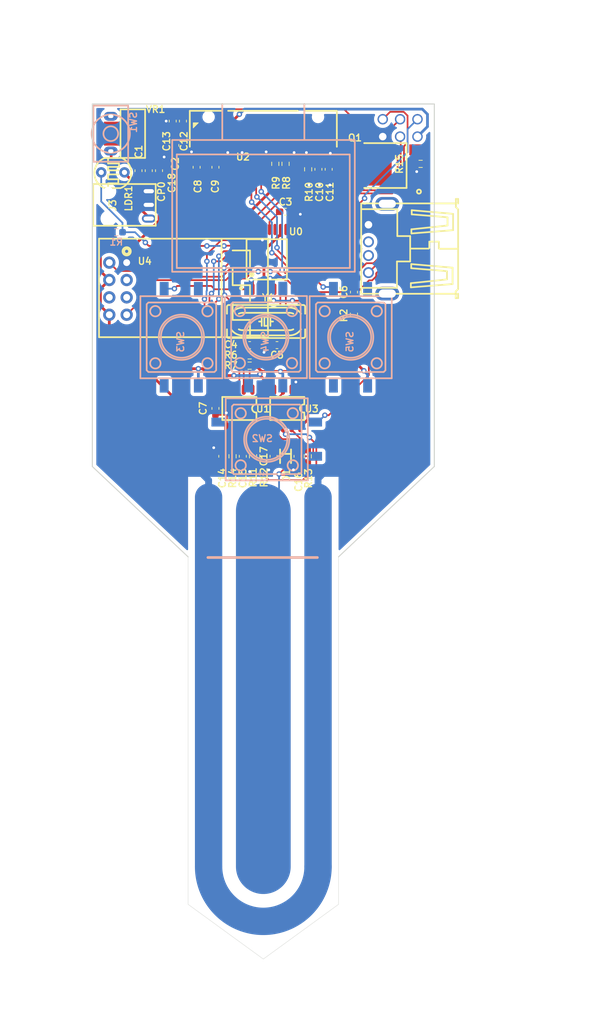
<source format=kicad_pcb>
(kicad_pcb (version 20171130) (host pcbnew "(5.1.8-0-10_14)")
  (layers (0 F.Cu signal) (31 B.Cu signal) (34 B.Paste user) (35 F.Paste user) (36 B.SilkS user) (37 F.SilkS user) (38 B.Mask user) (39 F.Mask user) (44 Edge.Cuts user))
  (net 0 "")
  (net 1 "Net-(C1-Pad2)")
  (net 2 GND)
  (net 3 +3V3)
  (net 4 "Net-(C3-Pad1)")
  (net 5 "Net-(C4-Pad2)")
  (net 6 "Net-(C5-Pad2)")
  (net 7 "Net-(C6-Pad2)")
  (net 8 /connecteur_isp/RST)
  (net 9 "Net-(C8-Pad2)")
  (net 10 "Net-(C8-Pad1)")
  (net 11 "Net-(C9-Pad2)")
  (net 12 "Net-(C9-Pad1)")
  (net 13 "Net-(C10-Pad2)")
  (net 14 "Net-(C11-Pad2)")
  (net 15 "Net-(C15-Pad2)")
  (net 16 "Net-(C16-Pad1)")
  (net 17 /HUM)
  (net 18 "Net-(C19-Pad2)")
  (net 19 /ISP_MOSI)
  (net 20 /ISP_SCK)
  (net 21 /ISP_MISO)
  (net 22 "Net-(J2-Pad5)")
  (net 23 "Net-(J2-Pad3)")
  (net 24 "Net-(J2-Pad2)")
  (net 25 "Net-(J2-Pad1)")
  (net 26 +5V)
  (net 27 "Net-(LDR1-Pad1)")
  (net 28 "Net-(Q1-Pad1)")
  (net 29 "Net-(R3-Pad2)")
  (net 30 "Net-(R4-Pad2)")
  (net 31 "Net-(R5-Pad2)")
  (net 32 /SDA)
  (net 33 /SCL)
  (net 34 /SCREEN_MISO)
  (net 35 /SCREEN_SCK)
  (net 36 "Net-(R10-Pad1)")
  (net 37 "Net-(R11-Pad2)")
  (net 38 "Net-(R13-Pad2)")
  (net 39 "Net-(U0-Pad3)")
  (net 40 "Net-(U0-Pad6)")
  (net 41 /SCREEN_MOSI)
  (net 42 /SCREEN_SS)
  (net 43 /SCREEN_RST)
  (net 44 "Net-(U0-Pad13)")
  (net 45 "Net-(U0-Pad14)")
  (net 46 "Net-(U0-Pad19)")
  (net 47 "Net-(U0-Pad23)")
  (net 48 /ESP_TX)
  (net 49 /ESP_RX)
  (net 50 "Net-(U1-Pad3)")
  (net 51 "Net-(U2-Pad7)")
  (net 52 "Net-(U4-Pad2)")
  (net 53 "Net-(U4-Pad3)")
  (net 54 "Net-(U4-Pad7)")
  (module Le_kube:PROBE (layer B.Cu) (at 100 110.49 180)
    (fp_text reference C19 (at 0 1.43 180) (layer B.SilkS) (effects (font (size 0.5 0.5) (thickness 0.08)) (justify mirror)))
    (fp_text value PROBE)
    (fp_arc (start 0 -56) (end -8 -56) (angle 180) (layer B.Cu) (width 4))
    (pad 1 smd oval (at 8 -29 180) (size 4 58) (layers B.Cu) (net 2 GND))
    (pad 1 smd oval (at -8 -29 180) (size 4 58) (layers B.Cu) (net 2 GND))
    (pad 2 smd oval (at 0 -30 180) (size 8 60) (layers B.Cu) (net 18 "Net-(C19-Pad2)"))
  )
  (module Le_kube:KEY-SMD_4P-L12.0-W12.0-P5.00-LS15.2 (layer B.Cu) (at 100.35 89.076 270)
    (fp_text reference SW4 (at -1 0.1 90) (layer B.SilkS) (effects (font (thickness 0.2)) (justify left mirror)))
    (fp_text value SW_Push hide)
    (pad 4 smd rect (at 7.112 -2.5 270) (size 1.95 1.3) (layers B.Cu B.Paste B.Mask) (net 3 +3V3))
    (pad 3 smd rect (at -7.112 -2.5 270) (size 1.95 1.3) (layers B.Cu B.Paste B.Mask))
    (pad 2 smd rect (at 7.112 2.5 270) (size 1.95 1.3) (layers B.Cu B.Paste B.Mask))
    (pad 1 smd rect (at -7.112 2.5 270) (size 1.95 1.3) (layers B.Cu B.Paste B.Mask) (net 30 "Net-(R4-Pad2)"))
  )
  (module "Le_kube:AVR-ISP(IDC-TH_6P-P2.54_C11214)" (layer F.Cu) (at 120 58.5 180)
    (fp_text reference J1 hide)
    (fp_text value Conn_01x06_Male hide)
    (pad 6 thru_hole circle (at 2.54 -1.27 180) (size 1.524 1.524) (drill 1.1) (layers *.Cu *.Paste *.Mask) (net 2 GND))
    (pad 5 thru_hole circle (at 2.54 1.27 180) (size 1.524 1.524) (drill 1.1) (layers *.Cu *.Paste *.Mask) (net 8 /connecteur_isp/RST))
    (pad 4 thru_hole circle (at 0 -1.27 180) (size 1.524 1.524) (drill 1.1) (layers *.Cu *.Paste *.Mask) (net 19 /ISP_MOSI))
    (pad 3 thru_hole circle (at 0 1.27 180) (size 1.524 1.524) (drill 1.1) (layers *.Cu *.Paste *.Mask) (net 20 /ISP_SCK))
    (pad 2 thru_hole circle (at -2.54 -1.27 180) (size 1.524 1.524) (drill 1.1) (layers *.Cu *.Paste *.Mask) (net 3 +3V3))
    (pad 1 thru_hole circle (at -2.54 1.27 180) (size 1.524 1.524) (drill 1.1) (layers *.Cu *.Paste *.Mask) (net 21 /ISP_MISO))
  )
  (module Le_kube:KEY-SMD_4P-L12.0-W12.0-P5.00-LS15.2 (layer B.Cu) (at 88 89.1 270)
    (fp_text reference SW3 (at -1 0.1 90) (layer B.SilkS) (effects (font (thickness 0.2)) (justify left mirror)))
    (fp_text value SW_Push hide)
    (pad 4 smd rect (at 7.112 -2.5 270) (size 1.95 1.3) (layers B.Cu B.Paste B.Mask) (net 3 +3V3))
    (pad 3 smd rect (at -7.112 -2.5 270) (size 1.95 1.3) (layers B.Cu B.Paste B.Mask))
    (pad 2 smd rect (at 7.112 2.5 270) (size 1.95 1.3) (layers B.Cu B.Paste B.Mask))
    (pad 1 smd rect (at -7.112 2.5 270) (size 1.95 1.3) (layers B.Cu B.Paste B.Mask) (net 29 "Net-(R3-Pad2)"))
  )
  (module "Le_kube:ESP-01S(WIFIM-TH_8P-L24.7-W14.4-P2.54)" (layer F.Cu) (at 78.75 82)
    (fp_text reference U4 (at 2.784 -4.022) (layer F.SilkS) (effects (font (thickness 0.2)) (justify left)))
    (fp_text value ESP8266-01_ESP-01)
    (pad 1 thru_hole rect (at 1.27 -3.81 90) (size 1.8 1.8) (drill 1) (layers *.Cu *.Paste *.Mask) (net 2 GND))
    (pad 2 thru_hole circle (at 1.27 -1.27 90) (size 1.8 1.8) (drill 1) (layers *.Cu *.Paste *.Mask) (net 52 "Net-(U4-Pad2)"))
    (pad 3 thru_hole circle (at 1.27 1.27 90) (size 1.8 1.8) (drill 1) (layers *.Cu *.Paste *.Mask) (net 53 "Net-(U4-Pad3)"))
    (pad 4 thru_hole circle (at 1.27 3.81 90) (size 1.8 1.8) (drill 1) (layers *.Cu *.Paste *.Mask) (net 49 /ESP_RX))
    (pad 5 thru_hole circle (at -1.27 -3.81 90) (size 1.8 1.8) (drill 1) (layers *.Cu *.Paste *.Mask) (net 48 /ESP_TX))
    (pad 6 thru_hole circle (at -1.27 -1.27 90) (size 1.8 1.8) (drill 1) (layers *.Cu *.Paste *.Mask) (net 3 +3V3))
    (pad 7 thru_hole circle (at -1.27 1.27 90) (size 1.8 1.8) (drill 1) (layers *.Cu *.Paste *.Mask) (net 54 "Net-(U4-Pad7)"))
    (pad 8 thru_hole circle (at -1.27 3.81 90) (size 1.8 1.8) (drill 1) (layers *.Cu *.Paste *.Mask) (net 3 +3V3))
  )
  (module Le_kube:OLED-0.96-12864 (layer F.Cu) (at 100 60)
    (fp_text reference U2 (at -2.972 2.738) (layer F.SilkS) (effects (font (thickness 0.2))))
    (fp_text value 128x64_OLED hide)
    (pad 30 smd rect (at 10.149 -0.002 270) (size 2.499 0.351) (layers F.Cu F.Paste F.Mask) (net 2 GND))
    (pad 29 smd rect (at 9.45 -0.002 270) (size 2.499 0.351) (layers F.Cu F.Paste F.Mask) (net 2 GND))
    (pad 28 smd rect (at 8.751 -0.001 270) (size 2.499 0.351) (layers F.Cu F.Paste F.Mask) (net 14 "Net-(C11-Pad2)"))
    (pad 27 smd rect (at 8.056 0 270) (size 2.499 0.351) (layers F.Cu F.Paste F.Mask) (net 13 "Net-(C10-Pad2)"))
    (pad 26 smd rect (at 7.356 0 270) (size 2.499 0.351) (layers F.Cu F.Paste F.Mask) (net 36 "Net-(R10-Pad1)"))
    (pad 25 smd rect (at 6.656 0 270) (size 2.499 0.351) (layers F.Cu F.Paste F.Mask) (net 2 GND))
    (pad 24 smd rect (at 5.956 0 270) (size 2.499 0.351) (layers F.Cu F.Paste F.Mask) (net 2 GND))
    (pad 23 smd rect (at 5.256 0 270) (size 2.499 0.351) (layers F.Cu F.Paste F.Mask) (net 2 GND))
    (pad 22 smd rect (at 4.556 0 270) (size 2.499 0.351) (layers F.Cu F.Paste F.Mask) (net 2 GND))
    (pad 21 smd rect (at 3.856 0 270) (size 2.499 0.351) (layers F.Cu F.Paste F.Mask) (net 2 GND))
    (pad 20 smd rect (at 3.156 0 270) (size 2.499 0.351) (layers F.Cu F.Paste F.Mask) (net 34 /SCREEN_MISO))
    (pad 19 smd rect (at 2.456 0 270) (size 2.499 0.351) (layers F.Cu F.Paste F.Mask) (net 34 /SCREEN_MISO))
    (pad 18 smd rect (at 1.756 0 270) (size 2.499 0.351) (layers F.Cu F.Paste F.Mask) (net 35 /SCREEN_SCK))
    (pad 17 smd rect (at 1.056 0 270) (size 2.499 0.351) (layers F.Cu F.Paste F.Mask) (net 2 GND))
    (pad 16 smd rect (at 0.356 0 270) (size 2.499 0.351) (layers F.Cu F.Paste F.Mask) (net 2 GND))
    (pad 15 smd rect (at -0.344 0 270) (size 2.499 0.351) (layers F.Cu F.Paste F.Mask) (net 41 /SCREEN_MOSI))
    (pad 14 smd rect (at -1.044 0 270) (size 2.499 0.351) (layers F.Cu F.Paste F.Mask) (net 43 /SCREEN_RST))
    (pad 13 smd rect (at -1.744 0 270) (size 2.499 0.351) (layers F.Cu F.Paste F.Mask) (net 42 /SCREEN_SS))
    (pad 12 smd rect (at -2.444 0 270) (size 2.499 0.351) (layers F.Cu F.Paste F.Mask) (net 2 GND))
    (pad 11 smd rect (at -3.144 0 270) (size 2.499 0.351) (layers F.Cu F.Paste F.Mask) (net 2 GND))
    (pad 10 smd rect (at -3.844 0 270) (size 2.499 0.351) (layers F.Cu F.Paste F.Mask) (net 2 GND))
    (pad 9 smd rect (at -4.544 0 270) (size 2.499 0.351) (layers F.Cu F.Paste F.Mask) (net 3 +3V3))
    (pad 8 smd rect (at -5.244 0 270) (size 2.499 0.351) (layers F.Cu F.Paste F.Mask) (net 2 GND))
    (pad 7 smd rect (at -5.944 0 270) (size 2.499 0.351) (layers F.Cu F.Paste F.Mask) (net 51 "Net-(U2-Pad7)"))
    (pad 6 smd rect (at -6.644 0 270) (size 2.499 0.351) (layers F.Cu F.Paste F.Mask) (net 3 +3V3))
    (pad 5 smd rect (at -7.344 0 270) (size 2.499 0.351) (layers F.Cu F.Paste F.Mask) (net 11 "Net-(C9-Pad2)"))
    (pad 4 smd rect (at -8.044 0 270) (size 2.499 0.351) (layers F.Cu F.Paste F.Mask) (net 12 "Net-(C9-Pad1)"))
    (pad 3 smd rect (at -8.744 0 270) (size 2.499 0.351) (layers F.Cu F.Paste F.Mask) (net 9 "Net-(C8-Pad2)"))
    (pad 2 smd rect (at -9.444 0 270) (size 2.499 0.351) (layers F.Cu F.Paste F.Mask) (net 10 "Net-(C8-Pad1)"))
    (pad 1 smd rect (at -10.149 0.002 270) (size 2.499 0.351) (layers F.Cu F.Paste F.Mask) (net 2 GND))
    (pad "" np_thru_hole circle (at 8 -3.1) (size 0.8 0.8) (drill 0.8) (layers *.Cu *.Mask))
    (pad "" np_thru_hole circle (at -8 -3.1) (size 0.8 0.8) (drill 0.8) (layers *.Cu *.Mask))
  )
  (module "Le_kube:LD1117(SOT-223_L6.7-W3.5-P2.30-BR)" (layer F.Cu) (at 80.916 59.336)
    (fp_text reference VR1 (at 1.8 -3.55) (layer F.SilkS) (effects (font (thickness 0.2)) (justify left)))
    (fp_text value LD1117 hide)
    (pad 1 smd rect (at 3.099 2.3 90) (size 1.1 2.2) (layers F.Cu F.Paste F.Mask) (net 2 GND))
    (pad 2 smd rect (at 3.099 0 90) (size 1.1 2.2) (layers F.Cu F.Paste F.Mask) (net 3 +3V3))
    (pad 3 smd rect (at 3.099 -2.3 90) (size 1.1 2.2) (layers F.Cu F.Paste F.Mask) (net 1 "Net-(C1-Pad2)"))
    (pad 4 smd rect (at -3.099 0 90) (size 3.5 2.2) (layers F.Cu F.Paste F.Mask))
  )
  (module Le_kube:C_0603_1608Metric_Pad1.08x0.95mm_HandSolder (layer F.Cu) (at 83.25 64.75 90)
    (fp_text reference CP0 (at -3.068 1.84 270) (layer F.SilkS) (effects (font (thickness 0.2))))
    (fp_text value 10µF)
    (pad 2 smd roundrect (at 0.8625 0 90) (size 1.075 0.95) (layers F.Cu F.Paste F.Mask) (net 2 GND))
    (pad 1 smd roundrect (at -0.8625 0 90) (size 1.075 0.95) (layers F.Cu F.Paste F.Mask) (net 3 +3V3))
  )
  (module Le_kube:C_0603_1608Metric_Pad1.08x0.95mm_HandSolder (layer F.Cu) (at 84.75 64.75 90)
    (fp_text reference C18 (at -1.798 1.864 270) (layer F.SilkS) (effects (font (thickness 0.2))))
    (fp_text value 100nF)
    (pad 2 smd roundrect (at 0.8625 0 90) (size 1.075 0.95) (layers F.Cu F.Paste F.Mask) (net 2 GND))
    (pad 1 smd roundrect (at -0.8625 0 90) (size 1.075 0.95) (layers F.Cu F.Paste F.Mask) (net 3 +3V3))
  )
  (module Le_kube:C_0603_1608Metric_Pad1.08x0.95mm_HandSolder (layer F.Cu) (at 87.136 61.048 270)
    (fp_text reference C2 (at 2.706 0.014 90) (layer F.SilkS) (effects (font (thickness 0.2))))
    (fp_text value 10µF)
    (pad 2 smd roundrect (at 0.8625 0 270) (size 1.075 0.95) (layers F.Cu F.Paste F.Mask) (net 2 GND))
    (pad 1 smd roundrect (at -0.8625 0 270) (size 1.075 0.95) (layers F.Cu F.Paste F.Mask) (net 3 +3V3))
  )
  (module Le_kube:C_0603_1608Metric_Pad1.08x0.95mm_HandSolder (layer F.Cu) (at 81.75 64.75 90)
    (fp_text reference C1 (at 2.774 0.038 90) (layer F.SilkS) (effects (font (thickness 0.2))))
    (fp_text value 100nF)
    (pad 2 smd roundrect (at 0.8625 0 90) (size 1.075 0.95) (layers F.Cu F.Paste F.Mask) (net 1 "Net-(C1-Pad2)"))
    (pad 1 smd roundrect (at -0.8625 0 90) (size 1.075 0.95) (layers F.Cu F.Paste F.Mask) (net 2 GND))
  )
  (module Le_kube:R_0603_1608Metric_Pad0.98x0.95mm_HandSolder (layer F.Cu) (at 95.5 106.5 270)
    (fp_text reference R14 (at 3.2 0 90) (layer F.SilkS) (effects (font (thickness 0.2))))
    (fp_text value 330R)
    (pad 2 smd roundrect (at 0.9125 0 270) (size 0.975 0.95) (layers F.Cu F.Paste F.Mask) (net 3 +3V3))
    (pad 1 smd roundrect (at -0.9125 0 270) (size 0.975 0.95) (layers F.Cu F.Paste F.Mask) (net 37 "Net-(R11-Pad2)"))
  )
  (module "Le_kube:MOSFET(DPAK_L6.5-W6.0-P2.29-LS9.9-BR)" (layer F.Cu) (at 119.25 64)
    (fp_text reference Q1 (at -6.982 -4.056) (layer F.SilkS) (effects (font (thickness 0.2)) (justify left)))
    (fp_text value IRLB8721PBF hide)
    (pad 4 smd rect (at -3.59 0.025 90) (size 5.8 6.2) (layers F.Cu F.Paste F.Mask) (net 1 "Net-(C1-Pad2)"))
    (pad 3 smd rect (at 3.59 -2.29 90) (size 1.6 3) (layers F.Cu F.Paste F.Mask) (net 25 "Net-(J2-Pad1)"))
    (pad 1 smd rect (at 3.59 2.29 90) (size 1.6 3) (layers F.Cu F.Paste F.Mask) (net 28 "Net-(Q1-Pad1)"))
  )
  (module Le_kube:SW-TH_L8.0-W5.11-P5.08_TP11SH8CQE (layer B.Cu) (at 77.7 59.34 90)
    (fp_text reference SW1 (at 0 3.302 90) (layer B.SilkS) (effects (font (thickness 0.2)) (justify right mirror)))
    (fp_text value I/O hide)
    (pad 1 thru_hole oval (at -2.54 0) (size 2 1.3) (drill oval 0.76 0.52) (layers *.Cu *.Paste *.Mask) (net 26 +5V))
    (pad 2 thru_hole oval (at 2.54 0) (size 2 1.3) (drill oval 0.76 0.51) (layers *.Cu *.Paste *.Mask) (net 1 "Net-(C1-Pad2)"))
  )
  (module "Le_kube:Crystal(HC-49S_L11.4-W4.8)" (layer F.Cu) (at 100.4 86.8)
    (fp_text reference Y1 (at -0.7 -3.5) (layer F.SilkS) (effects (font (thickness 0.2)) (justify left)))
    (fp_text value Crystal hide)
    (pad 2 smd rect (at 4.75 0 180) (size 5.5 2) (layers F.Cu F.Paste F.Mask) (net 6 "Net-(C5-Pad2)"))
    (pad 1 smd rect (at -4.75 0 180) (size 5.5 2) (layers F.Cu F.Paste F.Mask) (net 5 "Net-(C4-Pad2)"))
  )
  (module "Le_kube:TLC555(SOIC-8_L5.0-W4.0-P1.27-LS6.0-BL)" (layer F.Cu) (at 103.5 99.5 180)
    (fp_text reference U3 (at -4.704 -0.068) (layer F.SilkS) (effects (font (thickness 0.2)) (justify right)))
    (fp_text value TLC555CDR hide)
    (pad 1 smd oval (at -1.905 2.74) (size 0.6 1.52) (layers F.Cu F.Paste F.Mask) (net 2 GND))
    (pad 2 smd oval (at -0.635 2.74) (size 0.6 1.52) (layers F.Cu F.Paste F.Mask) (net 15 "Net-(C15-Pad2)"))
    (pad 3 smd oval (at 0.635 2.74) (size 0.6 1.52) (layers F.Cu F.Paste F.Mask) (net 38 "Net-(R13-Pad2)"))
    (pad 4 smd oval (at 1.905 2.74) (size 0.6 1.52) (layers F.Cu F.Paste F.Mask) (net 3 +3V3))
    (pad 8 smd oval (at -1.905 -2.74) (size 0.6 1.52) (layers F.Cu F.Paste F.Mask) (net 3 +3V3))
    (pad 7 smd oval (at -0.635 -2.74) (size 0.6 1.52) (layers F.Cu F.Paste F.Mask) (net 37 "Net-(R11-Pad2)"))
    (pad 6 smd oval (at 0.635 -2.74) (size 0.6 1.52) (layers F.Cu F.Paste F.Mask) (net 15 "Net-(C15-Pad2)"))
    (pad 5 smd oval (at 1.905 -2.74) (size 0.6 1.52) (layers F.Cu F.Paste F.Mask) (net 16 "Net-(C16-Pad1)"))
  )
  (module "Le_kube:TEMP_SENSOR(SOIC-8_L5.0-W4.0-P1.27-LS6.0-BL)" (layer F.Cu) (at 96.5 99.5 180)
    (fp_text reference U1 (at -4.592 -0.068) (layer F.SilkS) (effects (font (thickness 0.2)) (justify right)))
    (fp_text value LM75A hide)
    (pad 1 smd oval (at -1.905 2.74) (size 0.6 1.52) (layers F.Cu F.Paste F.Mask) (net 32 /SDA))
    (pad 2 smd oval (at -0.635 2.74) (size 0.6 1.52) (layers F.Cu F.Paste F.Mask) (net 33 /SCL))
    (pad 3 smd oval (at 0.635 2.74) (size 0.6 1.52) (layers F.Cu F.Paste F.Mask) (net 50 "Net-(U1-Pad3)"))
    (pad 4 smd oval (at 1.905 2.74) (size 0.6 1.52) (layers F.Cu F.Paste F.Mask) (net 2 GND))
    (pad 8 smd oval (at -1.905 -2.74) (size 0.6 1.52) (layers F.Cu F.Paste F.Mask) (net 3 +3V3))
    (pad 7 smd oval (at -0.635 -2.74) (size 0.6 1.52) (layers F.Cu F.Paste F.Mask) (net 2 GND))
    (pad 6 smd oval (at 0.635 -2.74) (size 0.6 1.52) (layers F.Cu F.Paste F.Mask) (net 2 GND))
    (pad 5 smd oval (at 1.905 -2.74) (size 0.6 1.52) (layers F.Cu F.Paste F.Mask) (net 2 GND))
  )
  (module "Le_kube:ATMEGA328PB-AU(TQFP-32_L7.0-W7.0-P0.80-LS9.0-BL)" (layer F.Cu) (at 100.51 77.72)
    (fp_text reference U0 (at 3.122 -4.06) (layer F.SilkS) (effects (font (thickness 0.2)) (justify left)))
    (fp_text value ATmega328PB-AU hide)
    (pad 1 smd oval (at -2.817 4.369) (size 0.45 1.65) (layers F.Cu F.Paste F.Mask) (net 29 "Net-(R3-Pad2)"))
    (pad 2 smd oval (at -2.017 4.369) (size 0.45 1.65) (layers F.Cu F.Paste F.Mask) (net 30 "Net-(R4-Pad2)"))
    (pad 3 smd oval (at -1.217 4.369) (size 0.45 1.65) (layers F.Cu F.Paste F.Mask) (net 39 "Net-(U0-Pad3)"))
    (pad 4 smd oval (at -0.417 4.369) (size 0.45 1.65) (layers F.Cu F.Paste F.Mask) (net 3 +3V3))
    (pad 5 smd oval (at 0.381 4.369) (size 0.45 1.65) (layers F.Cu F.Paste F.Mask) (net 2 GND))
    (pad 6 smd oval (at 1.181 4.369) (size 0.45 1.65) (layers F.Cu F.Paste F.Mask) (net 40 "Net-(U0-Pad6)"))
    (pad 7 smd oval (at 1.981 4.369) (size 0.45 1.65) (layers F.Cu F.Paste F.Mask) (net 5 "Net-(C4-Pad2)"))
    (pad 8 smd oval (at 2.781 4.369) (size 0.45 1.65) (layers F.Cu F.Paste F.Mask) (net 6 "Net-(C5-Pad2)"))
    (pad 9 smd oval (at 4.381 2.804) (size 1.65 0.45) (layers F.Cu F.Paste F.Mask) (net 31 "Net-(R5-Pad2)"))
    (pad 10 smd oval (at 4.381 2.004) (size 1.65 0.45) (layers F.Cu F.Paste F.Mask) (net 41 /SCREEN_MOSI))
    (pad 11 smd oval (at 4.381 1.204) (size 1.65 0.45) (layers F.Cu F.Paste F.Mask) (net 42 /SCREEN_SS))
    (pad 12 smd oval (at 4.381 0.404) (size 1.65 0.45) (layers F.Cu F.Paste F.Mask) (net 43 /SCREEN_RST))
    (pad 13 smd oval (at 4.381 -0.394) (size 1.65 0.45) (layers F.Cu F.Paste F.Mask) (net 44 "Net-(U0-Pad13)"))
    (pad 14 smd oval (at 4.381 -1.194) (size 1.65 0.45) (layers F.Cu F.Paste F.Mask) (net 45 "Net-(U0-Pad14)"))
    (pad 15 smd oval (at 4.381 -1.994) (size 1.65 0.45) (layers F.Cu F.Paste F.Mask) (net 21 /ISP_MISO))
    (pad 16 smd oval (at 4.381 -2.794) (size 1.65 0.45) (layers F.Cu F.Paste F.Mask) (net 19 /ISP_MOSI))
    (pad 17 smd oval (at 2.791 -4.369) (size 0.45 1.65) (layers F.Cu F.Paste F.Mask) (net 20 /ISP_SCK))
    (pad 18 smd oval (at 1.991 -4.369) (size 0.45 1.65) (layers F.Cu F.Paste F.Mask) (net 3 +3V3))
    (pad 19 smd oval (at 1.191 -4.369) (size 0.45 1.65) (layers F.Cu F.Paste F.Mask) (net 46 "Net-(U0-Pad19)"))
    (pad 20 smd oval (at 0.391 -4.369) (size 0.45 1.65) (layers F.Cu F.Paste F.Mask) (net 4 "Net-(C3-Pad1)"))
    (pad 21 smd oval (at -0.406 -4.369) (size 0.45 1.65) (layers F.Cu F.Paste F.Mask) (net 2 GND))
    (pad 22 smd oval (at -1.207 -4.369) (size 0.45 1.65) (layers F.Cu F.Paste F.Mask) (net 34 /SCREEN_MISO))
    (pad 23 smd oval (at -2.007 -4.369) (size 0.45 1.65) (layers F.Cu F.Paste F.Mask) (net 47 "Net-(U0-Pad23)"))
    (pad 24 smd oval (at -2.807 -4.369) (size 0.45 1.65) (layers F.Cu F.Paste F.Mask) (net 35 /SCREEN_SCK))
    (pad 25 smd oval (at -4.381 -2.804) (size 1.65 0.45) (layers F.Cu F.Paste F.Mask) (net 17 /HUM))
    (pad 26 smd oval (at -4.381 -2.004) (size 1.65 0.45) (layers F.Cu F.Paste F.Mask) (net 27 "Net-(LDR1-Pad1)"))
    (pad 27 smd oval (at -4.381 -1.204) (size 1.65 0.45) (layers F.Cu F.Paste F.Mask) (net 32 /SDA))
    (pad 28 smd oval (at -4.381 -0.404) (size 1.65 0.45) (layers F.Cu F.Paste F.Mask) (net 33 /SCL))
    (pad 29 smd oval (at -4.381 0.394) (size 1.65 0.45) (layers F.Cu F.Paste F.Mask) (net 7 "Net-(C6-Pad2)"))
    (pad 30 smd oval (at -4.381 1.194) (size 1.65 0.45) (layers F.Cu F.Paste F.Mask) (net 48 /ESP_TX))
    (pad 31 smd oval (at -4.381 1.994) (size 1.65 0.45) (layers F.Cu F.Paste F.Mask) (net 49 /ESP_RX))
    (pad 32 smd oval (at -4.381 2.794) (size 1.65 0.45) (layers F.Cu F.Paste F.Mask) (net 28 "Net-(Q1-Pad1)"))
  )
  (module Le_kube:KEY-SMD_4P-L12.0-W12.0-P5.00-LS15.2 (layer B.Cu) (at 112.75 89.1 270)
    (fp_text reference SW5 (at -1 0.1 90) (layer B.SilkS) (effects (font (thickness 0.2)) (justify left mirror)))
    (fp_text value SW_Push hide)
    (pad 4 smd rect (at 7.112 -2.5 270) (size 1.95 1.3) (layers B.Cu B.Paste B.Mask) (net 3 +3V3))
    (pad 3 smd rect (at -7.112 -2.5 270) (size 1.95 1.3) (layers B.Cu B.Paste B.Mask))
    (pad 2 smd rect (at 7.112 2.5 270) (size 1.95 1.3) (layers B.Cu B.Paste B.Mask))
    (pad 1 smd rect (at -7.112 2.5 270) (size 1.95 1.3) (layers B.Cu B.Paste B.Mask) (net 31 "Net-(R5-Pad2)"))
  )
  (module Le_kube:KEY-SMD_4P-L12.0-W12.0-P5.00-LS15.2 (layer B.Cu) (at 100.5 104 180)
    (fp_text reference SW2 (at -1 0.1) (layer B.SilkS) (effects (font (thickness 0.2)) (justify left mirror)))
    (fp_text value RST hide)
    (pad 4 smd rect (at 7.112 -2.5 180) (size 1.95 1.3) (layers B.Cu B.Paste B.Mask) (net 2 GND))
    (pad 3 smd rect (at -7.112 -2.5 180) (size 1.95 1.3) (layers B.Cu B.Paste B.Mask))
    (pad 2 smd rect (at 7.112 2.5 180) (size 1.95 1.3) (layers B.Cu B.Paste B.Mask))
    (pad 1 smd rect (at -7.112 2.5 180) (size 1.95 1.3) (layers B.Cu B.Paste B.Mask) (net 7 "Net-(C6-Pad2)"))
  )
  (module Le_kube:R_0603_1608Metric_Pad0.98x0.95mm_HandSolder (layer F.Cu) (at 123 63.754)
    (fp_text reference R15 (at -3.112 0 90) (layer F.SilkS) (effects (font (thickness 0.2))))
    (fp_text value 10K)
    (pad 2 smd roundrect (at 0.9125 0) (size 0.975 0.95) (layers F.Cu F.Paste F.Mask) (net 28 "Net-(Q1-Pad1)"))
    (pad 1 smd roundrect (at -0.9125 0) (size 0.975 0.95) (layers F.Cu F.Paste F.Mask) (net 2 GND))
  )
  (module Le_kube:R_0603_1608Metric_Pad0.98x0.95mm_HandSolder (layer F.Cu) (at 106.5 106.5 90)
    (fp_text reference R13 (at -3.228 0.1 90) (layer F.SilkS) (effects (font (thickness 0.2))))
    (fp_text value 10K)
    (pad 2 smd roundrect (at 0.9125 0 90) (size 0.975 0.95) (layers F.Cu F.Paste F.Mask) (net 38 "Net-(R13-Pad2)"))
    (pad 1 smd roundrect (at -0.9125 0 90) (size 0.975 0.95) (layers F.Cu F.Paste F.Mask) (net 18 "Net-(C19-Pad2)"))
  )
  (module Le_kube:R_0603_1608Metric_Pad0.98x0.95mm_HandSolder (layer F.Cu) (at 100 106.5 90)
    (fp_text reference R12 (at -3.1 0.1 90) (layer F.SilkS) (effects (font (thickness 0.2))))
    (fp_text value 1M)
    (pad 2 smd roundrect (at 0.9125 0 90) (size 0.975 0.95) (layers F.Cu F.Paste F.Mask) (net 17 /HUM))
    (pad 1 smd roundrect (at -0.9125 0 90) (size 0.975 0.95) (layers F.Cu F.Paste F.Mask) (net 2 GND))
  )
  (module Le_kube:R_0603_1608Metric_Pad0.98x0.95mm_HandSolder (layer F.Cu) (at 98.5 106.5 90)
    (fp_text reference R11 (at -3.1 0 90) (layer F.SilkS) (effects (font (thickness 0.2))))
    (fp_text value 1.6K)
    (pad 2 smd roundrect (at 0.9125 0 90) (size 0.975 0.95) (layers F.Cu F.Paste F.Mask) (net 37 "Net-(R11-Pad2)"))
    (pad 1 smd roundrect (at -0.9125 0 90) (size 0.975 0.95) (layers F.Cu F.Paste F.Mask) (net 15 "Net-(C15-Pad2)"))
  )
  (module Le_kube:R_0603_1608Metric_Pad0.98x0.95mm_HandSolder (layer F.Cu) (at 106.556 64.55 270)
    (fp_text reference R10 (at 3.306 -0.124 90) (layer F.SilkS) (effects (font (thickness 0.2))))
    (fp_text value 910K)
    (pad 2 smd roundrect (at 0.9125 0 270) (size 0.975 0.95) (layers F.Cu F.Paste F.Mask) (net 2 GND))
    (pad 1 smd roundrect (at -0.9125 0 270) (size 0.975 0.95) (layers F.Cu F.Paste F.Mask) (net 36 "Net-(R10-Pad1)"))
  )
  (module Le_kube:R_0603_1608Metric_Pad0.98x0.95mm_HandSolder (layer F.Cu) (at 101.75 63.75 270)
    (fp_text reference R9 (at 2.798 -0.104 90) (layer F.SilkS) (effects (font (thickness 0.2))))
    (fp_text value 4.7K)
    (pad 2 smd roundrect (at 0.9125 0 270) (size 0.975 0.95) (layers F.Cu F.Paste F.Mask) (net 3 +3V3))
    (pad 1 smd roundrect (at -0.9125 0 270) (size 0.975 0.95) (layers F.Cu F.Paste F.Mask) (net 35 /SCREEN_SCK))
  )
  (module Le_kube:R_0603_1608Metric_Pad0.98x0.95mm_HandSolder (layer F.Cu) (at 103.25 63.75 270)
    (fp_text reference R8 (at 2.798 -0.128 90) (layer F.SilkS) (effects (font (thickness 0.2))))
    (fp_text value 4.7K)
    (pad 2 smd roundrect (at 0.9125 0 270) (size 0.975 0.95) (layers F.Cu F.Paste F.Mask) (net 3 +3V3))
    (pad 1 smd roundrect (at -0.9125 0 270) (size 0.975 0.95) (layers F.Cu F.Paste F.Mask) (net 34 /SCREEN_MISO))
  )
  (module Le_kube:R_0603_1608Metric_Pad0.98x0.95mm_HandSolder (layer F.Cu) (at 98 93.25)
    (fp_text reference R7 (at -2.75 -0.032) (layer F.SilkS) (effects (font (thickness 0.2))))
    (fp_text value 10K)
    (pad 2 smd roundrect (at 0.9125 0) (size 0.975 0.95) (layers F.Cu F.Paste F.Mask) (net 3 +3V3))
    (pad 1 smd roundrect (at -0.9125 0) (size 0.975 0.95) (layers F.Cu F.Paste F.Mask) (net 33 /SCL))
  )
  (module Le_kube:R_0603_1608Metric_Pad0.98x0.95mm_HandSolder (layer F.Cu) (at 98 91.75 180)
    (fp_text reference R6 (at 2.75 0.056) (layer F.SilkS) (effects (font (thickness 0.2))))
    (fp_text value 10K)
    (pad 2 smd roundrect (at 0.9125 0 180) (size 0.975 0.95) (layers F.Cu F.Paste F.Mask) (net 32 /SDA))
    (pad 1 smd roundrect (at -0.9125 0 180) (size 0.975 0.95) (layers F.Cu F.Paste F.Mask) (net 3 +3V3))
  )
  (module Le_kube:R_0603_1608Metric_Pad0.98x0.95mm_HandSolder (layer F.Cu) (at 113.25 85.8125 90)
    (fp_text reference R2 (at -0.102 -1.49 90) (layer F.SilkS) (effects (font (thickness 0.2))))
    (fp_text value 10K)
    (pad 2 smd roundrect (at 0.9125 0 90) (size 0.975 0.95) (layers F.Cu F.Paste F.Mask) (net 7 "Net-(C6-Pad2)"))
    (pad 1 smd roundrect (at -0.9125 0 90) (size 0.975 0.95) (layers F.Cu F.Paste F.Mask) (net 3 +3V3))
  )
  (module Le_kube:R_0603_1608Metric_Pad0.98x0.95mm_HandSolder (layer B.Cu) (at 78.5 73.75)
    (fp_text reference R1 (at 0 1.43) (layer B.SilkS) (effects (font (thickness 0.2)) (justify mirror)))
    (fp_text value 10K)
    (pad 2 smd roundrect (at 0.9125 0) (size 0.975 0.95) (layers B.Cu B.Paste B.Mask) (net 27 "Net-(LDR1-Pad1)"))
    (pad 1 smd roundrect (at -0.9125 0) (size 0.975 0.95) (layers B.Cu B.Paste B.Mask) (net 2 GND))
  )
  (module "Le_kube:LDR(RES-TH_L5.1-W4.3-P3.40-D0.5)" (layer F.Cu) (at 78 65 90)
    (fp_text reference LDR1 (at -5.818 2.308 90) (layer F.SilkS) (effects (font (thickness 0.2)) (justify left)))
    (fp_text value LDR hide)
    (pad 1 thru_hole circle (at 0 -1.7) (size 1.524 1.524) (drill 0.762) (layers *.Cu *.Paste *.Mask) (net 27 "Net-(LDR1-Pad1)"))
    (pad 2 thru_hole circle (at 0 1.7) (size 1.524 1.524) (drill 0.762) (layers *.Cu *.Paste *.Mask) (net 3 +3V3))
  )
  (module "Le_kube:PORT-JACK(DC-IN-TH_DC-003-2A-1.3)" (layer F.Cu) (at 83.25 69.75 270)
    (fp_text reference J3 (at -0.916 5.272 270) (layer F.SilkS) (effects (font (thickness 0.2)) (justify right)))
    (fp_text value Barrel_Jack_Switch hide)
    (pad 1 thru_hole oval (at 2 0 270) (size 1.2 2) (drill oval 0.6 1.5) (layers *.Cu *.Paste *.Mask) (net 26 +5V))
    (pad 2 thru_hole oval (at 0 0 270) (size 1.2 2) (drill oval 0.6 1.5) (layers *.Cu *.Paste *.Mask) (net 2 GND))
    (pad 3 thru_hole oval (at -2 0 270) (size 1.2 2) (drill oval 0.6 1.5) (layers *.Cu *.Paste *.Mask) (net 2 GND))
    (pad "" np_thru_hole circle (at -2 5.9 270) (size 1.3 1.3) (drill 1.3) (layers *.Cu *.Mask))
    (pad "" np_thru_hole circle (at 2 5.9 270) (size 1.3 1.3) (drill 1.3) (layers *.Cu *.Mask))
  )
  (module Le_kube:USB-A-TH_USB-302-T (layer F.Cu) (at 116.75 76.154 90)
    (fp_text reference J2 hide)
    (fp_text value USB_A hide)
    (pad 6 thru_hole oval (at 6.558 1.375) (size 3.5 2) (drill oval 2.5 1.2) (layers *.Cu *.Paste *.Mask))
    (pad 5 thru_hole oval (at -6.558 1.375 180) (size 3.5 2) (drill oval 2.5 1.2) (layers *.Cu *.Paste *.Mask) (net 22 "Net-(J2-Pad5)"))
    (pad 4 thru_hole circle (at 3.5 -1.375 90) (size 1.6 1.6) (drill 1.1) (layers *.Cu *.Paste *.Mask) (net 2 GND))
    (pad 3 thru_hole circle (at 1 -1.375 90) (size 1.6 1.6) (drill 1.1) (layers *.Cu *.Paste *.Mask) (net 23 "Net-(J2-Pad3)"))
    (pad 2 thru_hole circle (at -1 -1.375 90) (size 1.6 1.6) (drill 1.1) (layers *.Cu *.Paste *.Mask) (net 24 "Net-(J2-Pad2)"))
    (pad 1 thru_hole circle (at -3.5 -1.375 90) (size 1.6 1.6) (drill 1.1) (layers *.Cu *.Paste *.Mask) (net 25 "Net-(J2-Pad1)"))
  )
  (module Le_kube:SOD-323_L1.8-W1.3-LS2.5-RD (layer F.Cu) (at 103.25 106.5 270)
    (fp_text reference D1 (at 1.704 -0.128 90) (layer F.SilkS) (effects (font (thickness 0.2)) (justify right)))
    (fp_text value D hide)
    (pad 1 smd rect (at -1.2 0 90) (size 1 1) (layers F.Cu F.Paste F.Mask) (net 17 /HUM))
    (pad 2 smd rect (at 1.2 0 90) (size 1 1) (layers F.Cu F.Paste F.Mask) (net 18 "Net-(C19-Pad2)"))
  )
  (module Le_kube:C_0603_1608Metric_Pad1.08x0.95mm_HandSolder (layer F.Cu) (at 101.5 106.5 90)
    (fp_text reference C17 (at 0 -1.43 90) (layer F.SilkS) (effects (font (thickness 0.2))))
    (fp_text value 1µF)
    (pad 2 smd roundrect (at 0.8625 0 90) (size 1.075 0.95) (layers F.Cu F.Paste F.Mask) (net 17 /HUM))
    (pad 1 smd roundrect (at -0.8625 0 90) (size 1.075 0.95) (layers F.Cu F.Paste F.Mask) (net 2 GND))
  )
  (module Le_kube:C_0603_1608Metric_Pad1.08x0.95mm_HandSolder (layer F.Cu) (at 105 106.5 270)
    (fp_text reference C16 (at 3.736 -0.156 90) (layer F.SilkS) (effects (font (thickness 0.2))))
    (fp_text value 10nF)
    (pad 2 smd roundrect (at 0.8625 0 270) (size 1.075 0.95) (layers F.Cu F.Paste F.Mask) (net 2 GND))
    (pad 1 smd roundrect (at -0.8625 0 270) (size 1.075 0.95) (layers F.Cu F.Paste F.Mask) (net 16 "Net-(C16-Pad1)"))
  )
  (module Le_kube:C_0603_1608Metric_Pad1.08x0.95mm_HandSolder (layer F.Cu) (at 97 106.5 90)
    (fp_text reference C15 (at -3.2 0 90) (layer F.SilkS) (effects (font (thickness 0.2))))
    (fp_text value 470pF)
    (pad 2 smd roundrect (at 0.8625 0 90) (size 1.075 0.95) (layers F.Cu F.Paste F.Mask) (net 15 "Net-(C15-Pad2)"))
    (pad 1 smd roundrect (at -0.8625 0 90) (size 1.075 0.95) (layers F.Cu F.Paste F.Mask) (net 2 GND))
  )
  (module Le_kube:C_0603_1608Metric_Pad1.08x0.95mm_HandSolder (layer F.Cu) (at 94 106.5 270)
    (fp_text reference C14 (at 3.2 0 90) (layer F.SilkS) (effects (font (thickness 0.2))))
    (fp_text value 100nF)
    (pad 2 smd roundrect (at 0.8625 0 270) (size 1.075 0.95) (layers F.Cu F.Paste F.Mask) (net 3 +3V3))
    (pad 1 smd roundrect (at -0.8625 0 270) (size 1.075 0.95) (layers F.Cu F.Paste F.Mask) (net 2 GND))
  )
  (module Le_kube:C_0603_1608Metric_Pad1.08x0.95mm_HandSolder (layer F.Cu) (at 86.75 57.5 90)
    (fp_text reference C13 (at -2.952 -0.898 90) (layer F.SilkS) (effects (font (thickness 0.2))))
    (fp_text value 1µF)
    (pad 2 smd roundrect (at 0.8625 0 90) (size 1.075 0.95) (layers F.Cu F.Paste F.Mask) (net 2 GND))
    (pad 1 smd roundrect (at -0.8625 0 90) (size 1.075 0.95) (layers F.Cu F.Paste F.Mask) (net 3 +3V3))
  )
  (module Le_kube:C_0603_1608Metric_Pad1.08x0.95mm_HandSolder (layer F.Cu) (at 88.25 57.5 90)
    (fp_text reference C12 (at -2.952 0.142 270) (layer F.SilkS) (effects (font (thickness 0.2))))
    (fp_text value 1µF)
    (pad 2 smd roundrect (at 0.8625 0 90) (size 1.075 0.95) (layers F.Cu F.Paste F.Mask) (net 2 GND))
    (pad 1 smd roundrect (at -0.8625 0 90) (size 1.075 0.95) (layers F.Cu F.Paste F.Mask) (net 3 +3V3))
  )
  (module Le_kube:C_0603_1608Metric_Pad1.08x0.95mm_HandSolder (layer F.Cu) (at 109.556 64.55 90)
    (fp_text reference C11 (at -3.306 0.172 90) (layer F.SilkS) (effects (font (thickness 0.2))))
    (fp_text value 2.2µF)
    (pad 2 smd roundrect (at 0.8625 0 90) (size 1.075 0.95) (layers F.Cu F.Paste F.Mask) (net 14 "Net-(C11-Pad2)"))
    (pad 1 smd roundrect (at -0.8625 0 90) (size 1.075 0.95) (layers F.Cu F.Paste F.Mask) (net 2 GND))
  )
  (module Le_kube:C_0603_1608Metric_Pad1.08x0.95mm_HandSolder (layer F.Cu) (at 108.056 64.55 90)
    (fp_text reference C10 (at -3.306 0.148 90) (layer F.SilkS) (effects (font (thickness 0.2))))
    (fp_text value 4.7µF)
    (pad 2 smd roundrect (at 0.8625 0 90) (size 1.075 0.95) (layers F.Cu F.Paste F.Mask) (net 13 "Net-(C10-Pad2)"))
    (pad 1 smd roundrect (at -0.8625 0 90) (size 1.075 0.95) (layers F.Cu F.Paste F.Mask) (net 2 GND))
  )
  (module Le_kube:C_0603_1608Metric_Pad1.08x0.95mm_HandSolder (layer F.Cu) (at 93 64.25 90)
    (fp_text reference C9 (at -2.806 -0.036 90) (layer F.SilkS) (effects (font (thickness 0.2))))
    (fp_text value 1µF)
    (pad 2 smd roundrect (at 0.8625 0 90) (size 1.075 0.95) (layers F.Cu F.Paste F.Mask) (net 11 "Net-(C9-Pad2)"))
    (pad 1 smd roundrect (at -0.8625 0 90) (size 1.075 0.95) (layers F.Cu F.Paste F.Mask) (net 12 "Net-(C9-Pad1)"))
  )
  (module Le_kube:C_0603_1608Metric_Pad1.08x0.95mm_HandSolder (layer F.Cu) (at 90.25 64.25 270)
    (fp_text reference C8 (at 2.806 -0.174 90) (layer F.SilkS) (effects (font (thickness 0.2))))
    (fp_text value 1µF)
    (pad 2 smd roundrect (at 0.8625 0 270) (size 1.075 0.95) (layers F.Cu F.Paste F.Mask) (net 9 "Net-(C8-Pad2)"))
    (pad 1 smd roundrect (at -0.8625 0 270) (size 1.075 0.95) (layers F.Cu F.Paste F.Mask) (net 10 "Net-(C8-Pad1)"))
  )
  (module Le_kube:C_0603_1608Metric_Pad1.08x0.95mm_HandSolder (layer F.Cu) (at 93 99.5 90)
    (fp_text reference C7 (at 0 -1.814 90) (layer F.SilkS) (effects (font (thickness 0.2))))
    (fp_text value 100nF)
    (pad 2 smd roundrect (at 0.8625 0 90) (size 1.075 0.95) (layers F.Cu F.Paste F.Mask) (net 3 +3V3))
    (pad 1 smd roundrect (at -0.8625 0 90) (size 1.075 0.95) (layers F.Cu F.Paste F.Mask) (net 2 GND))
  )
  (module Le_kube:C_0603_1608Metric_Pad1.08x0.95mm_HandSolder (layer F.Cu) (at 113.25 82.5 270)
    (fp_text reference C6 (at 0 1.49 90) (layer F.SilkS) (effects (font (thickness 0.2))))
    (fp_text value 100nF)
    (pad 2 smd roundrect (at 0.8625 0 270) (size 1.075 0.95) (layers F.Cu F.Paste F.Mask) (net 7 "Net-(C6-Pad2)"))
    (pad 1 smd roundrect (at -0.8625 0 270) (size 1.075 0.95) (layers F.Cu F.Paste F.Mask) (net 8 /connecteur_isp/RST))
  )
  (module Le_kube:C_0603_1608Metric_Pad1.08x0.95mm_HandSolder (layer F.Cu) (at 102 90.25)
    (fp_text reference C5 (at 0 1.444) (layer F.SilkS) (effects (font (thickness 0.2))))
    (fp_text value 30pF)
    (pad 2 smd roundrect (at 0.8625 0) (size 1.075 0.95) (layers F.Cu F.Paste F.Mask) (net 6 "Net-(C5-Pad2)"))
    (pad 1 smd roundrect (at -0.8625 0) (size 1.075 0.95) (layers F.Cu F.Paste F.Mask) (net 2 GND))
  )
  (module Le_kube:C_0603_1608Metric_Pad1.08x0.95mm_HandSolder (layer F.Cu) (at 98 90.25 180)
    (fp_text reference C4 (at 2.75 0.08) (layer F.SilkS) (effects (font (thickness 0.2))))
    (fp_text value 30pF)
    (pad 2 smd roundrect (at 0.8625 0 180) (size 1.075 0.95) (layers F.Cu F.Paste F.Mask) (net 5 "Net-(C4-Pad2)"))
    (pad 1 smd roundrect (at -0.8625 0 180) (size 1.075 0.95) (layers F.Cu F.Paste F.Mask) (net 2 GND))
  )
  (module Le_kube:C_0603_1608Metric_Pad1.08x0.95mm_HandSolder (layer F.Cu) (at 103.25 70.75)
    (fp_text reference C3 (at 0 -1.43) (layer F.SilkS) (effects (font (thickness 0.2))))
    (fp_text value 100nF)
    (pad 2 smd roundrect (at 0.8625 0) (size 1.075 0.95) (layers F.Cu F.Paste F.Mask) (net 2 GND))
    (pad 1 smd roundrect (at -0.8625 0) (size 1.075 0.95) (layers F.Cu F.Paste F.Mask) (net 4 "Net-(C3-Pad1)"))
  )
  (gr_line (start 111 172) (end 111 121.2) (layer Edge.Cuts) (width 0.05))
  (gr_line (start 125 108) (end 111 121.2) (layer Edge.Cuts) (width 0.15))
  (gr_line (start 89 121.2) (end 89 172) (layer Edge.Cuts) (width 0.05))
  (gr_line (start 107.9 121.3) (end 91.9 121.3) (layer B.SilkS) (width 0.4))
  (gr_line (start 75 55) (end 75 55.1) (layer Edge.Cuts) (width 0.15))
  (gr_line (start 75 55) (end 125 55) (layer Edge.Cuts) (width 0.15))
  (gr_line (start 125 108) (end 125 55) (layer Edge.Cuts) (width 0.15))
  (gr_line (start 75 108) (end 75 55.1) (layer Edge.Cuts) (width 0.15))
  (gr_line (start 89 121.2) (end 75 108) (layer Edge.Cuts) (width 0.15))
  (gr_line (start 111 172) (end 100 180) (layer Edge.Cuts) (width 0.05))
  (gr_line (start 89 172) (end 100 180) (layer Edge.Cuts) (width 0.05))
  (segment (start 83.5765 57.036) (end 84.015 57.036) (width 0.25) (layer F.Cu) (net 1))
  (segment (start 83.464 57.036) (end 84.015 57.036) (width 0.25) (layer F.Cu) (net 1))
  (segment (start 81.75 58.75) (end 83.464 57.036) (width 0.25) (layer F.Cu) (net 1))
  (segment (start 81.75 63.8875) (end 81.75 58.75) (width 0.25) (layer F.Cu) (net 1))
  (segment (start 116.16 60.125) (end 116.16 63.275) (width 0.25) (layer F.Cu) (net 1))
  (segment (start 111.80999 55.77499) (end 116.16 60.125) (width 0.25) (layer F.Cu) (net 1))
  (segment (start 85.27601 55.77499) (end 111.80999 55.77499) (width 0.25) (layer F.Cu) (net 1))
  (segment (start 84.015 57.036) (end 85.27601 55.77499) (width 0.25) (layer F.Cu) (net 1))
  (segment (start 81.75 59.46) (end 81.75 63.525) (width 0.25) (layer F.Cu) (net 1))
  (segment (start 79.09 56.8) (end 81.75 59.46) (width 0.25) (layer F.Cu) (net 1))
  (segment (start 77.7 56.8) (end 79.09 56.8) (width 0.25) (layer F.Cu) (net 1))
  (segment (start 86.8615 61.636) (end 87.136 61.9105) (width 0.4) (layer F.Cu) (net 2))
  (segment (start 84.015 61.636) (end 86.8615 61.636) (width 0.4) (layer F.Cu) (net 2))
  (segment (start 84.015 63.1225) (end 83.25 63.8875) (width 0.4) (layer F.Cu) (net 2))
  (segment (start 84.015 61.636) (end 84.015 63.1225) (width 0.4) (layer F.Cu) (net 2))
  (segment (start 84.015 63.1525) (end 84.75 63.8875) (width 0.4) (layer F.Cu) (net 2))
  (segment (start 84.015 63.1225) (end 84.015 63.1525) (width 0.4) (layer F.Cu) (net 2))
  (segment (start 81.75 65.3875) (end 83.25 63.8875) (width 0.4) (layer F.Cu) (net 2))
  (segment (start 81.75 65.6125) (end 81.75 65.3875) (width 0.4) (layer F.Cu) (net 2))
  (via (at 99.862347 74.887653) (size 0.8) (drill 0.4) (layers F.Cu B.Cu) (net 2))
  (segment (start 100.104 74.646) (end 99.862347 74.887653) (width 0.4) (layer F.Cu) (net 2))
  (segment (start 100.104 73.351) (end 100.104 74.646) (width 0.4) (layer F.Cu) (net 2))
  (via (at 101 80.5) (size 0.8) (drill 0.4) (layers F.Cu B.Cu) (net 2))
  (segment (start 100.891 80.609) (end 101 80.5) (width 0.4) (layer F.Cu) (net 2))
  (segment (start 100.891 82.089) (end 100.891 80.609) (width 0.4) (layer F.Cu) (net 2))
  (segment (start 108 109.75) (end 109.5 108.25) (width 1) (layer B.Cu) (net 2))
  (segment (start 108 139.49) (end 108 109.75) (width 1) (layer B.Cu) (net 2))
  (segment (start 100.05 107.3625) (end 100 107.4125) (width 0.4) (layer F.Cu) (net 2))
  (segment (start 101.5 107.3625) (end 100.05 107.3625) (width 0.4) (layer F.Cu) (net 2))
  (via (at 98 108.75) (size 0.8) (drill 0.4) (layers F.Cu B.Cu) (net 2))
  (segment (start 97 107.75) (end 98 108.75) (width 0.4) (layer F.Cu) (net 2))
  (segment (start 97 107.3625) (end 97 107.75) (width 0.4) (layer F.Cu) (net 2))
  (segment (start 93.1375 105.6375) (end 92.75 105.25) (width 0.4) (layer F.Cu) (net 2))
  (segment (start 94 105.6375) (end 93.1375 105.6375) (width 0.4) (layer F.Cu) (net 2))
  (segment (start 92 110) (end 90.25 108.25) (width 1) (layer B.Cu) (net 2))
  (segment (start 92 139.49) (end 92 110) (width 1) (layer B.Cu) (net 2))
  (segment (start 97.135 102.24) (end 94.595 102.24) (width 0.4) (layer F.Cu) (net 2))
  (segment (start 94.595 102.24) (end 94.595 100.155) (width 0.4) (layer F.Cu) (net 2))
  (segment (start 94.595 100.155) (end 94.595 96.76) (width 0.4) (layer F.Cu) (net 2))
  (via (at 94.595 100.155) (size 0.8) (drill 0.4) (layers F.Cu B.Cu) (net 2))
  (segment (start 94.595 100.155) (end 94.595 100.293) (width 0.4) (layer B.Cu) (net 2))
  (segment (start 94.3875 100.3625) (end 94.595 100.155) (width 0.4) (layer F.Cu) (net 2))
  (segment (start 93 100.3625) (end 94.3875 100.3625) (width 0.4) (layer F.Cu) (net 2))
  (via (at 89.5 62) (size 0.8) (drill 0.4) (layers F.Cu B.Cu) (net 2))
  (segment (start 89.851 61.649) (end 89.5 62) (width 0.4) (layer F.Cu) (net 2))
  (segment (start 89.851 60.002) (end 89.851 61.649) (width 0.4) (layer F.Cu) (net 2))
  (via (at 92.75 105.25) (size 0.8) (drill 0.4) (layers F.Cu B.Cu) (net 2))
  (via (at 122.428 64.889998) (size 0.8) (drill 0.4) (layers F.Cu B.Cu) (net 2))
  (segment (start 122.0875 64.549498) (end 122.428 64.889998) (width 0.4) (layer F.Cu) (net 2))
  (segment (start 122.0875 63.754) (end 122.0875 64.549498) (width 0.4) (layer F.Cu) (net 2))
  (via (at 106.68 66.84) (size 0.8) (drill 0.4) (layers F.Cu B.Cu) (net 2))
  (segment (start 106.556 66.716) (end 106.68 66.84) (width 0.4) (layer F.Cu) (net 2))
  (segment (start 106.556 65.4625) (end 106.556 66.716) (width 0.4) (layer F.Cu) (net 2))
  (via (at 108.204 66.84) (size 0.8) (drill 0.4) (layers F.Cu B.Cu) (net 2))
  (segment (start 108.056 66.692) (end 108.204 66.84) (width 0.4) (layer F.Cu) (net 2))
  (segment (start 108.056 65.4125) (end 108.056 66.692) (width 0.4) (layer F.Cu) (net 2))
  (via (at 109.728 66.84) (size 0.8) (drill 0.4) (layers F.Cu B.Cu) (net 2))
  (segment (start 109.556 66.668) (end 109.728 66.84) (width 0.4) (layer F.Cu) (net 2))
  (segment (start 109.556 65.4125) (end 109.556 66.668) (width 0.4) (layer F.Cu) (net 2))
  (via (at 105.41 71.12) (size 0.8) (drill 0.4) (layers F.Cu B.Cu) (net 2))
  (segment (start 105.04 70.75) (end 105.41 71.12) (width 0.4) (layer F.Cu) (net 2))
  (segment (start 104.1125 70.75) (end 105.04 70.75) (width 0.4) (layer F.Cu) (net 2))
  (segment (start 86.75 56.6375) (end 88.25 56.6375) (width 0.4) (layer F.Cu) (net 2))
  (via (at 85.8 57.5) (size 0.8) (drill 0.4) (layers F.Cu B.Cu) (net 2))
  (segment (start 86.75 56.6375) (end 86.6625 56.6375) (width 0.4) (layer F.Cu) (net 2))
  (segment (start 86.6625 56.6375) (end 85.8 57.5) (width 0.4) (layer F.Cu) (net 2))
  (via (at 85.5 62.75) (size 0.8) (drill 0.4) (layers F.Cu B.Cu) (net 2))
  (segment (start 84.386 61.636) (end 85.5 62.75) (width 0.4) (layer F.Cu) (net 2))
  (segment (start 84.015 61.636) (end 84.386 61.636) (width 0.4) (layer F.Cu) (net 2))
  (via (at 104.759314 95.640686) (size 0.8) (drill 0.4) (layers F.Cu B.Cu) (net 2))
  (segment (start 105.405 96.286372) (end 104.759314 95.640686) (width 0.4) (layer F.Cu) (net 2))
  (segment (start 105.405 96.76) (end 105.405 96.286372) (width 0.4) (layer F.Cu) (net 2))
  (via (at 96.899999 62.100001) (size 0.8) (drill 0.4) (layers F.Cu B.Cu) (net 2))
  (segment (start 96.856 60) (end 96.856 62.056002) (width 0.4) (layer F.Cu) (net 2))
  (segment (start 97.556 61.444) (end 96.899999 62.100001) (width 0.4) (layer F.Cu) (net 2))
  (segment (start 96.856 62.056002) (end 96.899999 62.100001) (width 0.4) (layer F.Cu) (net 2))
  (segment (start 96.156 61.356002) (end 96.899999 62.100001) (width 0.4) (layer F.Cu) (net 2))
  (segment (start 96.156 60) (end 96.156 61.356002) (width 0.4) (layer F.Cu) (net 2))
  (segment (start 97.556 60) (end 97.556 61.444) (width 0.4) (layer F.Cu) (net 2))
  (via (at 94.8 62.099996) (size 0.8) (drill 0.4) (layers F.Cu B.Cu) (net 2))
  (segment (start 94.756 62.055996) (end 94.8 62.099996) (width 0.4) (layer F.Cu) (net 2))
  (segment (start 94.756 60) (end 94.756 62.055996) (width 0.4) (layer F.Cu) (net 2))
  (via (at 104.5 62.100001) (size 0.8) (drill 0.4) (layers F.Cu B.Cu) (net 2))
  (segment (start 104.556 62.044001) (end 104.5 62.100001) (width 0.4) (layer F.Cu) (net 2))
  (segment (start 104.556 60) (end 104.556 62.044001) (width 0.4) (layer F.Cu) (net 2))
  (segment (start 103.856 60) (end 103.856 61.456001) (width 0.4) (layer F.Cu) (net 2))
  (segment (start 105.256 60) (end 105.256 61.344001) (width 0.4) (layer F.Cu) (net 2))
  (segment (start 103.856 61.456001) (end 104.5 62.100001) (width 0.4) (layer F.Cu) (net 2))
  (segment (start 105.256 61.344001) (end 104.5 62.100001) (width 0.4) (layer F.Cu) (net 2))
  (via (at 100.416767 62) (size 0.8) (drill 0.4) (layers F.Cu B.Cu) (net 2))
  (segment (start 100.356 60) (end 100.356 61.939233) (width 0.4) (layer F.Cu) (net 2))
  (segment (start 100.356 61.939233) (end 100.416767 62) (width 0.4) (layer F.Cu) (net 2))
  (segment (start 101.056 60) (end 101.056 61.360767) (width 0.4) (layer F.Cu) (net 2))
  (segment (start 101.056 61.360767) (end 100.416767 62) (width 0.4) (layer F.Cu) (net 2))
  (via (at 106.3 62.099996) (size 0.8) (drill 0.4) (layers F.Cu B.Cu) (net 2))
  (segment (start 106.656 60) (end 106.656 61.743996) (width 0.4) (layer F.Cu) (net 2))
  (segment (start 105.956 61.755996) (end 106.3 62.099996) (width 0.4) (layer F.Cu) (net 2))
  (segment (start 106.656 61.743996) (end 106.3 62.099996) (width 0.4) (layer F.Cu) (net 2))
  (segment (start 105.956 60) (end 105.956 61.755996) (width 0.4) (layer F.Cu) (net 2))
  (via (at 109.799994 62.2) (size 0.8) (drill 0.4) (layers F.Cu B.Cu) (net 2))
  (segment (start 110.149 59.998) (end 110.149 61.850994) (width 0.4) (layer F.Cu) (net 2))
  (segment (start 109.45 61.850006) (end 109.799994 62.2) (width 0.4) (layer F.Cu) (net 2))
  (segment (start 110.149 61.850994) (end 109.799994 62.2) (width 0.4) (layer F.Cu) (net 2))
  (segment (start 109.45 59.998) (end 109.45 61.850006) (width 0.4) (layer F.Cu) (net 2))
  (via (at 100.1 91.3) (size 0.8) (drill 0.4) (layers F.Cu B.Cu) (net 2))
  (segment (start 99.05 90.25) (end 100.1 91.3) (width 0.4) (layer F.Cu) (net 2))
  (segment (start 98.8625 90.25) (end 99.05 90.25) (width 0.4) (layer F.Cu) (net 2))
  (segment (start 100.1 91.2875) (end 101.1375 90.25) (width 0.4) (layer F.Cu) (net 2))
  (segment (start 100.1 91.3) (end 100.1 91.2875) (width 0.4) (layer F.Cu) (net 2))
  (via (at 100.8 108.49999) (size 0.8) (drill 0.4) (layers F.Cu B.Cu) (net 2))
  (segment (start 100 107.4125) (end 100 107.69999) (width 0.4) (layer F.Cu) (net 2))
  (segment (start 100 107.69999) (end 100.8 108.49999) (width 0.4) (layer F.Cu) (net 2))
  (segment (start 101.5 107.79999) (end 100.8 108.49999) (width 0.4) (layer F.Cu) (net 2))
  (segment (start 101.5 107.3625) (end 101.5 107.79999) (width 0.4) (layer F.Cu) (net 2))
  (via (at 104.4 108.47499) (size 0.8) (drill 0.4) (layers F.Cu B.Cu) (net 2))
  (segment (start 105 107.3625) (end 105 107.87499) (width 0.4) (layer F.Cu) (net 2))
  (segment (start 105 107.87499) (end 104.4 108.47499) (width 0.4) (layer F.Cu) (net 2))
  (segment (start 115.3 96.212) (end 115.488 96.212) (width 0.2) (layer B.Cu) (net 3))
  (segment (start 86.2865 59.336) (end 87.136 60.1855) (width 0.4) (layer F.Cu) (net 3))
  (segment (start 84.015 59.336) (end 86.2865 59.336) (width 0.4) (layer F.Cu) (net 3))
  (segment (start 87.643456 60.1855) (end 88.25 60.792044) (width 0.4) (layer F.Cu) (net 3))
  (segment (start 87.136 60.1855) (end 87.643456 60.1855) (width 0.4) (layer F.Cu) (net 3))
  (segment (start 88.25 60.792044) (end 88.25 62.235576) (width 0.4) (layer F.Cu) (net 3))
  (segment (start 86.5 58.1125) (end 88 58.1125) (width 0.4) (layer F.Cu) (net 3))
  (segment (start 84.873076 65.6125) (end 84.75 65.6125) (width 0.4) (layer F.Cu) (net 3))
  (segment (start 88.25 62.235576) (end 84.873076 65.6125) (width 0.4) (layer F.Cu) (net 3))
  (segment (start 84.75 65.6125) (end 83.25 65.6125) (width 0.4) (layer F.Cu) (net 3))
  (segment (start 93.356 58.3505) (end 93.356 60) (width 0.4) (layer F.Cu) (net 3))
  (segment (start 93.118 58.1125) (end 93.356 58.3505) (width 0.4) (layer F.Cu) (net 3))
  (segment (start 88 58.1125) (end 93.118 58.1125) (width 0.4) (layer F.Cu) (net 3))
  (segment (start 95.456 58.554998) (end 95.456 60) (width 0.4) (layer F.Cu) (net 3))
  (segment (start 95.013502 58.1125) (end 95.456 58.554998) (width 0.4) (layer F.Cu) (net 3))
  (segment (start 93.118 58.1125) (end 95.013502 58.1125) (width 0.4) (layer F.Cu) (net 3))
  (segment (start 76.179999 84.509999) (end 77.48 85.81) (width 0.4) (layer F.Cu) (net 3))
  (segment (start 76.179999 82.030001) (end 76.179999 84.509999) (width 0.4) (layer F.Cu) (net 3))
  (segment (start 77.48 80.73) (end 76.179999 82.030001) (width 0.4) (layer F.Cu) (net 3))
  (segment (start 76.179999 79.429999) (end 77.48 80.73) (width 0.4) (layer F.Cu) (net 3))
  (segment (start 76.179999 76.820001) (end 76.179999 79.429999) (width 0.4) (layer F.Cu) (net 3))
  (segment (start 77.25 75.75) (end 76.179999 76.820001) (width 0.4) (layer F.Cu) (net 3))
  (segment (start 81.064227 75.75) (end 77.25 75.75) (width 0.4) (layer F.Cu) (net 3))
  (segment (start 84.75 72.064227) (end 81.064227 75.75) (width 0.4) (layer F.Cu) (net 3))
  (segment (start 95.013502 57.986498) (end 96.5 56.5) (width 0.4) (layer F.Cu) (net 3))
  (via (at 96.5 56.5) (size 0.8) (drill 0.4) (layers F.Cu B.Cu) (net 3))
  (segment (start 95.013502 58.1125) (end 95.013502 57.986498) (width 0.4) (layer F.Cu) (net 3))
  (segment (start 102.501 73.351) (end 102.501 74.249) (width 0.4) (layer F.Cu) (net 3))
  (segment (start 94.761124 72.064227) (end 97.696897 75) (width 0.4) (layer F.Cu) (net 3))
  (segment (start 100.093 77.396103) (end 100.093 82.089) (width 0.4) (layer F.Cu) (net 3))
  (segment (start 97.696897 75) (end 100.093 77.396103) (width 0.4) (layer F.Cu) (net 3))
  (segment (start 102.501 74.064996) (end 102.501 73.351) (width 0.4) (layer F.Cu) (net 3))
  (segment (start 100.815996 75.75) (end 102.501 74.064996) (width 0.4) (layer F.Cu) (net 3))
  (segment (start 98.446897 75.75) (end 100.815996 75.75) (width 0.4) (layer F.Cu) (net 3))
  (segment (start 97.696897 75) (end 98.446897 75.75) (width 0.4) (layer F.Cu) (net 3))
  (segment (start 124 58.31) (end 122.54 59.77) (width 0.4) (layer B.Cu) (net 3))
  (segment (start 124 56.5) (end 124 58.31) (width 0.4) (layer B.Cu) (net 3))
  (segment (start 123.25 55.75) (end 124 56.5) (width 0.4) (layer B.Cu) (net 3))
  (segment (start 97.25 55.75) (end 123.25 55.75) (width 0.4) (layer B.Cu) (net 3))
  (segment (start 96.5 56.5) (end 97.25 55.75) (width 0.4) (layer B.Cu) (net 3))
  (segment (start 94.05 107.4125) (end 94 107.3625) (width 0.4) (layer F.Cu) (net 3))
  (segment (start 95.5 107.4125) (end 94.05 107.4125) (width 0.4) (layer F.Cu) (net 3))
  (segment (start 98.405 103.095) (end 98.405 102.24) (width 0.4) (layer F.Cu) (net 3))
  (segment (start 97.75 103.75) (end 98.405 103.095) (width 0.4) (layer F.Cu) (net 3))
  (segment (start 92.75 103.75) (end 97.75 103.75) (width 0.4) (layer F.Cu) (net 3))
  (segment (start 113.25 86.6625) (end 113.25 90.75) (width 0.4) (layer F.Cu) (net 3))
  (via (at 90.5 93.7) (size 0.8) (drill 0.4) (layers F.Cu B.Cu) (net 3))
  (segment (start 90.5 93.7) (end 90.5 96.212) (width 0.4) (layer B.Cu) (net 3))
  (segment (start 93 95.6) (end 92.65 95.25) (width 0.4) (layer F.Cu) (net 3))
  (segment (start 93 98.6375) (end 93 95.6) (width 0.4) (layer F.Cu) (net 3))
  (via (at 114.7 94) (size 0.8) (drill 0.4) (layers F.Cu B.Cu) (net 3))
  (segment (start 115.25 94.55) (end 114.7 94) (width 0.4) (layer B.Cu) (net 3))
  (segment (start 115.25 96.212) (end 115.25 94.55) (width 0.4) (layer B.Cu) (net 3))
  (segment (start 114.7 94) (end 113.25 92.55) (width 0.4) (layer F.Cu) (net 3))
  (segment (start 113.25 92.55) (end 111.45 92.55) (width 0.4) (layer F.Cu) (net 3))
  (segment (start 113.25 90.75) (end 111.45 92.55) (width 0.4) (layer F.Cu) (net 3))
  (segment (start 86.064227 72.064227) (end 84.75 70.75) (width 0.4) (layer F.Cu) (net 3))
  (segment (start 94.761124 72.064227) (end 86.064227 72.064227) (width 0.4) (layer F.Cu) (net 3))
  (segment (start 84.75 70.75) (end 84.75 72.064227) (width 0.4) (layer F.Cu) (net 3))
  (segment (start 84.75 65.6125) (end 84.75 70.75) (width 0.4) (layer F.Cu) (net 3))
  (segment (start 102.85 94.45) (end 102.5 94.1) (width 0.4) (layer B.Cu) (net 3))
  (via (at 102.5 94.1) (size 0.8) (drill 0.4) (layers F.Cu B.Cu) (net 3))
  (segment (start 102.85 96.188) (end 102.85 94.45) (width 0.4) (layer B.Cu) (net 3))
  (via (at 95.7 94.7) (size 0.8) (drill 0.4) (layers F.Cu B.Cu) (net 3))
  (segment (start 92.1 94.7) (end 95.7 94.7) (width 0.4) (layer F.Cu) (net 3))
  (segment (start 92.65 95.25) (end 92.1 94.7) (width 0.4) (layer F.Cu) (net 3))
  (via (at 99.499996 94.5) (size 0.8) (drill 0.4) (layers F.Cu B.Cu) (net 3))
  (segment (start 102.5 94.1) (end 99.899995 94.100001) (width 0.4) (layer F.Cu) (net 3))
  (segment (start 99.899995 94.100001) (end 99.499996 94.5) (width 0.4) (layer F.Cu) (net 3))
  (segment (start 95.7 94.7) (end 99.299996 94.7) (width 0.4) (layer B.Cu) (net 3))
  (segment (start 99.299996 94.7) (end 99.499996 94.5) (width 0.4) (layer B.Cu) (net 3))
  (segment (start 99.499996 94.664996) (end 101.595 96.76) (width 0.4) (layer F.Cu) (net 3))
  (segment (start 99.499996 94.5) (end 99.499996 94.664996) (width 0.4) (layer F.Cu) (net 3))
  (segment (start 106.5 101.145) (end 105.405 102.24) (width 0.4) (layer F.Cu) (net 3))
  (segment (start 106.5 96.25) (end 106.5 101.145) (width 0.4) (layer F.Cu) (net 3))
  (segment (start 104.35 94.1) (end 106.5 96.25) (width 0.4) (layer F.Cu) (net 3))
  (segment (start 102.5 94.1) (end 104.35 94.1) (width 0.4) (layer F.Cu) (net 3))
  (segment (start 109.9 94.1) (end 111.45 92.55) (width 0.4) (layer F.Cu) (net 3))
  (segment (start 104.35 94.1) (end 109.9 94.1) (width 0.4) (layer F.Cu) (net 3))
  (segment (start 101.75 64.6625) (end 103.25 64.6625) (width 0.4) (layer F.Cu) (net 3))
  (segment (start 96.759775 72.064227) (end 101.75 67.074002) (width 0.4) (layer F.Cu) (net 3))
  (segment (start 101.75 67.074002) (end 101.75 64.6625) (width 0.4) (layer F.Cu) (net 3))
  (segment (start 94.761124 72.064227) (end 96.759775 72.064227) (width 0.4) (layer F.Cu) (net 3))
  (segment (start 84.015 59.336) (end 85.767047 59.336) (width 0.4) (layer F.Cu) (net 3))
  (segment (start 86.5 58.603047) (end 86.5 58.351) (width 0.4) (layer F.Cu) (net 3))
  (segment (start 85.767047 59.336) (end 86.5 58.603047) (width 0.4) (layer F.Cu) (net 3))
  (segment (start 81.349212 66.75) (end 82.43125 66.75) (width 0.4) (layer F.Cu) (net 3))
  (segment (start 83.25 65.93125) (end 83.25 65.6125) (width 0.4) (layer F.Cu) (net 3))
  (segment (start 79.599212 65) (end 81.349212 66.75) (width 0.4) (layer F.Cu) (net 3))
  (segment (start 82.43125 66.75) (end 83.25 65.93125) (width 0.4) (layer F.Cu) (net 3))
  (segment (start 79.7 65) (end 79.599212 65) (width 0.4) (layer F.Cu) (net 3))
  (segment (start 98.9125 91.75) (end 98.9125 93.25) (width 0.4) (layer F.Cu) (net 3))
  (segment (start 99.762501 94.100001) (end 98.9125 93.25) (width 0.4) (layer F.Cu) (net 3))
  (segment (start 99.899995 94.100001) (end 99.762501 94.100001) (width 0.4) (layer F.Cu) (net 3))
  (segment (start 91.75 102.75) (end 90 101) (width 0.4) (layer F.Cu) (net 3))
  (segment (start 91.75 105.5875) (end 91.75 102.75) (width 0.4) (layer F.Cu) (net 3))
  (segment (start 93.525 107.3625) (end 91.75 105.5875) (width 0.4) (layer F.Cu) (net 3))
  (segment (start 94 107.3625) (end 93.525 107.3625) (width 0.4) (layer F.Cu) (net 3))
  (segment (start 90 101) (end 92.75 103.75) (width 0.4) (layer F.Cu) (net 3))
  (segment (start 77.48 85.81) (end 77.48 88.48) (width 0.4) (layer F.Cu) (net 3))
  (segment (start 82.7 93.7) (end 81.75 92.75) (width 0.4) (layer F.Cu) (net 3))
  (segment (start 91.1 93.7) (end 82.7 93.7) (width 0.4) (layer F.Cu) (net 3))
  (segment (start 92.1 94.7) (end 91.1 93.7) (width 0.4) (layer F.Cu) (net 3))
  (segment (start 81.75 92.75) (end 90 101) (width 0.4) (layer F.Cu) (net 3))
  (segment (start 77.48 88.48) (end 81.75 92.75) (width 0.4) (layer F.Cu) (net 3))
  (segment (start 100.901 72.2365) (end 102.3875 70.75) (width 0.25) (layer F.Cu) (net 4))
  (segment (start 100.901 73.351) (end 100.901 72.2365) (width 0.25) (layer F.Cu) (net 4))
  (segment (start 97.6375 88.7875) (end 95.65 86.8) (width 0.25) (layer F.Cu) (net 5))
  (segment (start 97.6375 90.25) (end 97.6375 88.7875) (width 0.25) (layer F.Cu) (net 5))
  (segment (start 102.491 84.259) (end 102.491 82.089) (width 0.25) (layer F.Cu) (net 5))
  (segment (start 99.95 86.8) (end 102.491 84.259) (width 0.25) (layer F.Cu) (net 5))
  (segment (start 95.65 86.8) (end 99.95 86.8) (width 0.25) (layer F.Cu) (net 5))
  (segment (start 103.291 84.941) (end 105.15 86.8) (width 0.25) (layer F.Cu) (net 6))
  (segment (start 103.291 82.089) (end 103.291 84.941) (width 0.25) (layer F.Cu) (net 6))
  (segment (start 105.15 87.9625) (end 102.8625 90.25) (width 0.25) (layer F.Cu) (net 6))
  (segment (start 105.15 86.8) (end 105.15 87.9625) (width 0.25) (layer F.Cu) (net 6))
  (via (at 109 100.5) (size 0.8) (drill 0.4) (layers F.Cu B.Cu) (net 7))
  (segment (start 108 101.5) (end 109 100.5) (width 0.25) (layer B.Cu) (net 7))
  (segment (start 107.612 101.5) (end 108 101.5) (width 0.25) (layer B.Cu) (net 7))
  (via (at 94.237347 78.987347) (size 0.8) (drill 0.4) (layers F.Cu B.Cu) (net 7))
  (segment (start 101.5 83.75) (end 104.25 83.75) (width 0.25) (layer B.Cu) (net 7))
  (via (at 104.25 83.75) (size 0.8) (drill 0.4) (layers F.Cu B.Cu) (net 7))
  (segment (start 94.332052 82.945299) (end 95.136753 83.75) (width 0.25) (layer F.Cu) (net 7))
  (segment (start 95.136753 83.75) (end 101.5 83.75) (width 0.25) (layer F.Cu) (net 7))
  (via (at 101.5 83.75) (size 0.8) (drill 0.4) (layers F.Cu B.Cu) (net 7))
  (segment (start 94.237347 78.987347) (end 94.237347 82.850594) (width 0.25) (layer B.Cu) (net 7))
  (segment (start 94.237347 82.850594) (end 94.332052 82.945299) (width 0.25) (layer B.Cu) (net 7))
  (via (at 94.332052 82.945299) (size 0.8) (drill 0.4) (layers F.Cu B.Cu) (net 7))
  (segment (start 96.129 78.114) (end 95.110694 78.114) (width 0.25) (layer F.Cu) (net 7))
  (segment (start 95.110694 78.114) (end 94.237347 78.987347) (width 0.25) (layer F.Cu) (net 7))
  (segment (start 113.25 83.3625) (end 112.8625 83.75) (width 0.25) (layer F.Cu) (net 7))
  (segment (start 112.25 83.8375) (end 113.25 84.8375) (width 0.25) (layer F.Cu) (net 7))
  (segment (start 112.25 83.75) (end 112.25 83.8375) (width 0.25) (layer F.Cu) (net 7))
  (segment (start 112.8625 83.75) (end 112.25 83.75) (width 0.25) (layer F.Cu) (net 7))
  (segment (start 112.25 83.75) (end 104.25 83.75) (width 0.25) (layer F.Cu) (net 7))
  (segment (start 115.425001 94.640684) (end 115.425001 87.012501) (width 0.25) (layer F.Cu) (net 7))
  (segment (start 115.425001 87.012501) (end 113.25 84.8375) (width 0.25) (layer F.Cu) (net 7))
  (segment (start 109.565685 100.5) (end 115.425001 94.640684) (width 0.25) (layer F.Cu) (net 7))
  (segment (start 109 100.5) (end 109.565685 100.5) (width 0.25) (layer F.Cu) (net 7))
  (segment (start 115.084997 78.279001) (end 116.113589 78.279001) (width 0.25) (layer F.Cu) (net 8))
  (segment (start 113.25 80.113998) (end 115.084997 78.279001) (width 0.25) (layer F.Cu) (net 8))
  (segment (start 113.25 81.6375) (end 113.25 80.113998) (width 0.25) (layer F.Cu) (net 8))
  (segment (start 118.547001 56.142999) (end 117.46 57.23) (width 0.25) (layer F.Cu) (net 8))
  (segment (start 121.087001 60.657759) (end 121.087001 56.708239) (width 0.25) (layer F.Cu) (net 8))
  (segment (start 120.564989 61.179771) (end 121.087001 60.657759) (width 0.25) (layer F.Cu) (net 8))
  (segment (start 121.087001 56.708239) (end 120.521761 56.142999) (width 0.25) (layer F.Cu) (net 8))
  (segment (start 120.564989 73.827601) (end 120.564989 61.179771) (width 0.25) (layer F.Cu) (net 8))
  (segment (start 120.521761 56.142999) (end 118.547001 56.142999) (width 0.25) (layer F.Cu) (net 8))
  (segment (start 116.113589 78.279001) (end 120.564989 73.827601) (width 0.25) (layer F.Cu) (net 8))
  (segment (start 91.256 61.310002) (end 91.256 60) (width 0.25) (layer F.Cu) (net 9))
  (segment (start 91.256 64.1065) (end 91.256 61.310002) (width 0.25) (layer F.Cu) (net 9))
  (segment (start 90.25 65.1125) (end 91.256 64.1065) (width 0.25) (layer F.Cu) (net 9))
  (segment (start 90.556 63.0815) (end 90.25 63.3875) (width 0.25) (layer F.Cu) (net 10))
  (segment (start 90.556 60) (end 90.556 63.0815) (width 0.25) (layer F.Cu) (net 10))
  (segment (start 92.656 63.0435) (end 93 63.3875) (width 0.25) (layer F.Cu) (net 11))
  (segment (start 92.656 60) (end 92.656 63.0435) (width 0.25) (layer F.Cu) (net 11))
  (segment (start 91.956 64.0685) (end 93 65.1125) (width 0.25) (layer F.Cu) (net 12))
  (segment (start 91.956 60) (end 91.956 64.0685) (width 0.25) (layer F.Cu) (net 12))
  (segment (start 108.056 61.05) (end 108.056 63.6875) (width 0.25) (layer F.Cu) (net 13))
  (segment (start 108.751 62.8825) (end 109.556 63.6875) (width 0.25) (layer F.Cu) (net 14))
  (segment (start 108.751 60.249) (end 108.751 62.8825) (width 0.25) (layer F.Cu) (net 14))
  (segment (start 98.5 107.4125) (end 98.5 107.25) (width 0.25) (layer F.Cu) (net 15))
  (segment (start 97 105.75) (end 97 105.6375) (width 0.25) (layer F.Cu) (net 15))
  (segment (start 98.5 107.25) (end 97 105.75) (width 0.25) (layer F.Cu) (net 15))
  (segment (start 102.865 99.54) (end 102.865 102.74) (width 0.25) (layer F.Cu) (net 15))
  (segment (start 104.135 98.27) (end 102.865 99.54) (width 0.25) (layer F.Cu) (net 15))
  (segment (start 104.135 97.26) (end 104.135 98.27) (width 0.25) (layer F.Cu) (net 15))
  (via (at 106.75 103.75) (size 0.8) (drill 0.4) (layers F.Cu B.Cu) (net 15))
  (via (at 103.25 103.275) (size 0.8) (drill 0.4) (layers F.Cu B.Cu) (net 15))
  (segment (start 106.275 103.275) (end 103.25 103.275) (width 0.25) (layer B.Cu) (net 15))
  (segment (start 106.75 103.75) (end 106.275 103.275) (width 0.25) (layer B.Cu) (net 15))
  (segment (start 102.865 102.89) (end 103.25 103.275) (width 0.25) (layer F.Cu) (net 15))
  (segment (start 102.865 102.24) (end 102.865 102.89) (width 0.25) (layer F.Cu) (net 15))
  (segment (start 106.75 103.75) (end 107.75002 104.75002) (width 0.25) (layer F.Cu) (net 15))
  (segment (start 107.75002 107.99998) (end 105.774999 109.975001) (width 0.25) (layer F.Cu) (net 15))
  (segment (start 105.774999 109.975001) (end 100.775001 109.975001) (width 0.25) (layer F.Cu) (net 15))
  (segment (start 98.5 107.7) (end 98.5 107.4125) (width 0.25) (layer F.Cu) (net 15))
  (segment (start 107.75002 104.75002) (end 107.75002 107.99998) (width 0.25) (layer F.Cu) (net 15))
  (segment (start 100.775001 109.975001) (end 98.5 107.7) (width 0.25) (layer F.Cu) (net 15))
  (segment (start 101.595 103.75) (end 101.595 102.74) (width 0.25) (layer F.Cu) (net 16))
  (segment (start 105 104.772821) (end 104.702179 104.474999) (width 0.25) (layer F.Cu) (net 16))
  (segment (start 102.319999 104.474999) (end 101.595 103.75) (width 0.25) (layer F.Cu) (net 16))
  (segment (start 104.702179 104.474999) (end 102.319999 104.474999) (width 0.25) (layer F.Cu) (net 16))
  (segment (start 105 105.6375) (end 105 104.772821) (width 0.25) (layer F.Cu) (net 16))
  (segment (start 101.45 105.5875) (end 101.5 105.6375) (width 0.25) (layer F.Cu) (net 17))
  (segment (start 100 105.5875) (end 101.45 105.5875) (width 0.25) (layer F.Cu) (net 17))
  (segment (start 100 105.5875) (end 99.8375 105.5875) (width 0.25) (layer F.Cu) (net 17))
  (segment (start 100.5875 105.5875) (end 100 105.5875) (width 0.25) (layer F.Cu) (net 17))
  (segment (start 102.9125 105.6375) (end 103.25 105.3) (width 0.25) (layer F.Cu) (net 17))
  (segment (start 101.5 105.6375) (end 102.9125 105.6375) (width 0.25) (layer F.Cu) (net 17))
  (via (at 91.749987 78) (size 0.8) (drill 0.4) (layers F.Cu B.Cu) (net 17))
  (segment (start 96.5 97.995552) (end 96.5 94) (width 0.25) (layer F.Cu) (net 17))
  (segment (start 100 101.495552) (end 96.5 97.995552) (width 0.25) (layer F.Cu) (net 17))
  (segment (start 96.5 94) (end 91.399978 88.899978) (width 0.25) (layer F.Cu) (net 17))
  (segment (start 91.399978 88.899978) (end 91.399978 83.528317) (width 0.25) (layer F.Cu) (net 17))
  (via (at 91.399978 83.528317) (size 0.8) (drill 0.4) (layers F.Cu B.Cu) (net 17))
  (segment (start 100 105.5875) (end 100 101.495552) (width 0.25) (layer F.Cu) (net 17))
  (segment (start 91.692938 82.347291) (end 91.692938 83.235357) (width 0.25) (layer B.Cu) (net 17))
  (segment (start 91.749987 82.290242) (end 91.692938 82.347291) (width 0.25) (layer B.Cu) (net 17))
  (segment (start 91.692938 83.235357) (end 91.399978 83.528317) (width 0.25) (layer B.Cu) (net 17))
  (segment (start 91.749987 78) (end 91.749987 82.290242) (width 0.25) (layer B.Cu) (net 17))
  (segment (start 91.750006 78) (end 91.749987 78) (width 0.25) (layer F.Cu) (net 17))
  (segment (start 91.750006 76.999994) (end 91.750006 78) (width 0.25) (layer F.Cu) (net 17))
  (segment (start 93.834 74.916) (end 91.750006 76.999994) (width 0.25) (layer F.Cu) (net 17))
  (segment (start 96.129 74.916) (end 93.834 74.916) (width 0.25) (layer F.Cu) (net 17))
  (segment (start 100 140.49) (end 100 115.5) (width 0.25) (layer B.Cu) (net 18))
  (via (at 102.3 109.1) (size 0.8) (drill 0.4) (layers F.Cu B.Cu) (net 18))
  (segment (start 103.25 108.15) (end 102.3 109.1) (width 0.25) (layer F.Cu) (net 18))
  (segment (start 103.25 107.7) (end 103.25 108.15) (width 0.25) (layer F.Cu) (net 18))
  (segment (start 102.3 109.665685) (end 102.3 109.1) (width 0.25) (layer B.Cu) (net 18))
  (segment (start 102.3 138.19) (end 102.3 109.665685) (width 0.25) (layer B.Cu) (net 18))
  (segment (start 100 140.49) (end 102.3 138.19) (width 0.25) (layer B.Cu) (net 18))
  (segment (start 102.4 109.2) (end 102.3 109.1) (width 0.25) (layer F.Cu) (net 18))
  (segment (start 105.2 109.2) (end 102.4 109.2) (width 0.25) (layer F.Cu) (net 18))
  (segment (start 106.5 107.9) (end 105.2 109.2) (width 0.25) (layer F.Cu) (net 18))
  (segment (start 106.5 107.4125) (end 106.5 107.9) (width 0.25) (layer F.Cu) (net 18))
  (segment (start 118.834413 68.072) (end 120.084011 66.822402) (width 0.25) (layer F.Cu) (net 19))
  (segment (start 104.891 74.926) (end 106.176 74.926) (width 0.25) (layer F.Cu) (net 19))
  (segment (start 106.176 74.926) (end 113.03 68.072) (width 0.25) (layer F.Cu) (net 19))
  (segment (start 113.03 68.072) (end 118.834413 68.072) (width 0.25) (layer F.Cu) (net 19))
  (segment (start 120.084011 66.822402) (end 120.084011 59.854011) (width 0.25) (layer F.Cu) (net 19))
  (segment (start 120.084011 59.854011) (end 120 59.77) (width 0.25) (layer F.Cu) (net 19))
  (segment (start 107.11459 73.351) (end 103.301 73.351) (width 0.25) (layer F.Cu) (net 20))
  (segment (start 112.843599 67.621991) (end 107.11459 73.351) (width 0.25) (layer F.Cu) (net 20))
  (segment (start 118.648012 67.62199) (end 112.843599 67.621991) (width 0.25) (layer F.Cu) (net 20))
  (segment (start 119.634 61.413998) (end 119.634 66.636002) (width 0.25) (layer F.Cu) (net 20))
  (segment (start 119.634 66.636002) (end 118.648012 67.62199) (width 0.25) (layer F.Cu) (net 20))
  (segment (start 118.618 60.397998) (end 119.634 61.413998) (width 0.25) (layer F.Cu) (net 20))
  (segment (start 118.618 58.612) (end 118.618 60.397998) (width 0.25) (layer F.Cu) (net 20))
  (segment (start 120 57.23) (end 118.618 58.612) (width 0.25) (layer F.Cu) (net 20))
  (segment (start 122.54 57.23) (end 122.348 57.23) (width 0.25) (layer F.Cu) (net 21))
  (segment (start 121.087001 58.682999) (end 121.087001 62.046999) (width 0.25) (layer B.Cu) (net 21))
  (segment (start 122.54 57.23) (end 121.087001 58.682999) (width 0.25) (layer B.Cu) (net 21))
  (via (at 114.808 68.797) (size 0.8) (drill 0.4) (layers F.Cu B.Cu) (net 21))
  (segment (start 114.808 68.326) (end 114.808 68.797) (width 0.25) (layer B.Cu) (net 21))
  (segment (start 121.087001 62.046999) (end 114.808 68.326) (width 0.25) (layer B.Cu) (net 21))
  (segment (start 107.879 75.726) (end 104.891 75.726) (width 0.25) (layer F.Cu) (net 21))
  (segment (start 114.808 68.797) (end 107.879 75.726) (width 0.25) (layer F.Cu) (net 21))
  (segment (start 121.014999 63.535001) (end 122.84 61.71) (width 0.25) (layer F.Cu) (net 25))
  (segment (start 121.014999 74.014001) (end 121.014999 63.535001) (width 0.25) (layer F.Cu) (net 25))
  (segment (start 115.375 79.654) (end 121.014999 74.014001) (width 0.25) (layer F.Cu) (net 25))
  (segment (start 77.75 61.93) (end 77.7 61.88) (width 0.4) (layer F.Cu) (net 26))
  (segment (start 77.75 66.064227) (end 77.75 61.93) (width 0.4) (layer F.Cu) (net 26))
  (segment (start 83.435773 71.75) (end 77.75 66.064227) (width 0.4) (layer F.Cu) (net 26))
  (segment (start 83.25 71.75) (end 83.435773 71.75) (width 0.4) (layer F.Cu) (net 26))
  (via (at 94.25 75.75) (size 0.8) (drill 0.4) (layers F.Cu B.Cu) (net 27))
  (segment (start 94.284 75.716) (end 94.25 75.75) (width 0.25) (layer F.Cu) (net 27))
  (segment (start 96.129 75.716) (end 94.284 75.716) (width 0.25) (layer F.Cu) (net 27))
  (via (at 91.75 75.75) (size 0.8) (drill 0.4) (layers F.Cu B.Cu) (net 27))
  (segment (start 94.25 75.75) (end 91.75 75.75) (width 0.25) (layer B.Cu) (net 27))
  (via (at 82.750006 75.25) (size 0.8) (drill 0.4) (layers F.Cu B.Cu) (net 27))
  (segment (start 91.75 75.75) (end 83.250006 75.75) (width 0.25) (layer F.Cu) (net 27))
  (segment (start 83.250006 75.75) (end 82.750006 75.25) (width 0.25) (layer F.Cu) (net 27))
  (segment (start 79.4125 73.75) (end 81.250006 73.75) (width 0.25) (layer B.Cu) (net 27))
  (segment (start 81.250006 73.75) (end 82.750006 75.25) (width 0.25) (layer B.Cu) (net 27))
  (segment (start 76.3 69.256998) (end 76.3 65) (width 0.25) (layer B.Cu) (net 27))
  (segment (start 79.4125 72.369498) (end 76.3 69.256998) (width 0.25) (layer B.Cu) (net 27))
  (segment (start 79.4125 73.75) (end 79.4125 72.369498) (width 0.25) (layer B.Cu) (net 27))
  (via (at 101 79.5) (size 0.8) (drill 0.4) (layers F.Cu B.Cu) (net 28))
  (via (at 99.25 79.500006) (size 0.8) (drill 0.4) (layers F.Cu B.Cu) (net 28))
  (segment (start 96.129 80.514) (end 97.420315 80.514) (width 0.25) (layer F.Cu) (net 28))
  (segment (start 101 79.5) (end 99.250006 79.5) (width 0.25) (layer B.Cu) (net 28))
  (segment (start 99.250006 79.5) (end 99.25 79.500006) (width 0.25) (layer B.Cu) (net 28))
  (segment (start 98.434309 79.500006) (end 99.25 79.500006) (width 0.25) (layer F.Cu) (net 28))
  (segment (start 97.420315 80.514) (end 98.434309 79.500006) (width 0.25) (layer F.Cu) (net 28))
  (segment (start 123.9125 65.2175) (end 122.84 66.29) (width 0.25) (layer F.Cu) (net 28))
  (segment (start 123.9125 65.2175) (end 123.9125 63.754) (width 0.25) (layer F.Cu) (net 28))
  (segment (start 115.915001 80.779001) (end 116.500001 80.194001) (width 0.25) (layer F.Cu) (net 28))
  (segment (start 115.470999 80.779001) (end 115.915001 80.779001) (width 0.25) (layer F.Cu) (net 28))
  (segment (start 122.84 73.41) (end 122.84 66.29) (width 0.25) (layer F.Cu) (net 28))
  (segment (start 113.75 82.5) (end 115.470999 80.779001) (width 0.25) (layer F.Cu) (net 28))
  (segment (start 116.500001 79.749999) (end 122.84 73.41) (width 0.25) (layer F.Cu) (net 28))
  (segment (start 101.926998 79.5) (end 103.178819 80.751821) (width 0.25) (layer F.Cu) (net 28))
  (segment (start 105.244585 82.5) (end 113.75 82.5) (width 0.25) (layer F.Cu) (net 28))
  (segment (start 103.496406 80.751821) (end 105.244585 82.5) (width 0.25) (layer F.Cu) (net 28))
  (segment (start 116.500001 80.194001) (end 116.500001 79.749999) (width 0.25) (layer F.Cu) (net 28))
  (segment (start 103.178819 80.751821) (end 103.496406 80.751821) (width 0.25) (layer F.Cu) (net 28))
  (segment (start 101 79.5) (end 101.926998 79.5) (width 0.25) (layer F.Cu) (net 28))
  (via (at 87 82) (size 0.8) (drill 0.4) (layers F.Cu B.Cu) (net 29))
  (segment (start 85.512 82) (end 85.5 81.988) (width 0.25) (layer B.Cu) (net 29))
  (segment (start 87 82) (end 85.512 82) (width 0.25) (layer B.Cu) (net 29))
  (segment (start 92.884649 82.089) (end 92.39565 81.600001) (width 0.25) (layer F.Cu) (net 29))
  (segment (start 97.693 82.089) (end 92.884649 82.089) (width 0.25) (layer F.Cu) (net 29))
  (segment (start 87.399999 81.600001) (end 87 82) (width 0.25) (layer F.Cu) (net 29))
  (segment (start 92.39565 81.600001) (end 87.399999 81.600001) (width 0.25) (layer F.Cu) (net 29))
  (segment (start 97.850001 81.149999) (end 98.25 80.75) (width 0.25) (layer B.Cu) (net 30))
  (segment (start 97.85 81.964) (end 97.850001 81.149999) (width 0.25) (layer B.Cu) (net 30))
  (segment (start 98.493 80.993) (end 98.25 80.75) (width 0.25) (layer F.Cu) (net 30))
  (segment (start 98.493 82.089) (end 98.493 80.993) (width 0.25) (layer F.Cu) (net 30))
  (via (at 98.25 80.75) (size 0.8) (drill 0.4) (layers F.Cu B.Cu) (net 30))
  (via (at 108.75 81.75) (size 0.8) (drill 0.4) (layers F.Cu B.Cu) (net 31))
  (segment (start 107.524 80.524) (end 108.75 81.75) (width 0.25) (layer F.Cu) (net 31))
  (segment (start 104.891 80.524) (end 107.524 80.524) (width 0.25) (layer F.Cu) (net 31))
  (segment (start 110.012 81.75) (end 110.25 81.988) (width 0.25) (layer B.Cu) (net 31))
  (segment (start 108.75 81.75) (end 110.012 81.75) (width 0.25) (layer B.Cu) (net 31))
  (segment (start 96.129 76.516) (end 94.234 76.516) (width 0.25) (layer F.Cu) (net 32))
  (segment (start 94.234 76.516) (end 93.5 77.25) (width 0.25) (layer F.Cu) (net 32))
  (via (at 93.5 77.25) (size 0.8) (drill 0.4) (layers F.Cu B.Cu) (net 32))
  (via (at 93.5 83.5) (size 0.8) (drill 0.4) (layers F.Cu B.Cu) (net 32))
  (segment (start 98.405 97.01) (end 98 96.605) (width 0.25) (layer F.Cu) (net 32))
  (segment (start 97.75 91.75) (end 95.986955 91.75) (width 0.25) (layer F.Cu) (net 32))
  (segment (start 98 92) (end 97.75 91.75) (width 0.25) (layer F.Cu) (net 32))
  (segment (start 95.986955 91.75) (end 92.574999 88.338044) (width 0.25) (layer F.Cu) (net 32))
  (segment (start 92.574999 88.338044) (end 92.574999 84.425001) (width 0.25) (layer F.Cu) (net 32))
  (segment (start 93.5 77.25) (end 93.5 83.5) (width 0.25) (layer B.Cu) (net 32))
  (segment (start 98 96.605) (end 98 92) (width 0.25) (layer F.Cu) (net 32))
  (segment (start 92.574999 84.425001) (end 93.5 83.5) (width 0.25) (layer F.Cu) (net 32))
  (via (at 92.75 78) (size 0.8) (drill 0.4) (layers F.Cu B.Cu) (net 33))
  (segment (start 92.124988 82.988245) (end 92.41794 82.695293) (width 0.25) (layer F.Cu) (net 33))
  (via (at 92.41794 82.695293) (size 0.8) (drill 0.4) (layers F.Cu B.Cu) (net 33))
  (segment (start 92.75 82.363233) (end 92.41794 82.695293) (width 0.25) (layer B.Cu) (net 33))
  (segment (start 97.135 93.635) (end 92.124988 88.624988) (width 0.25) (layer F.Cu) (net 33))
  (segment (start 92.124988 88.624988) (end 92.124988 82.988245) (width 0.25) (layer F.Cu) (net 33))
  (segment (start 92.75 78) (end 92.75 82.363233) (width 0.25) (layer B.Cu) (net 33))
  (segment (start 97.135 96.76) (end 97.135 93.635) (width 0.25) (layer F.Cu) (net 33))
  (segment (start 93.792157 78) (end 92.75 78) (width 0.25) (layer F.Cu) (net 33))
  (segment (start 94.476157 77.316) (end 93.792157 78) (width 0.25) (layer F.Cu) (net 33))
  (segment (start 95.518315 77.316) (end 94.476157 77.316) (width 0.25) (layer F.Cu) (net 33))
  (segment (start 102.456 62.0435) (end 103.25 62.8375) (width 0.25) (layer F.Cu) (net 34))
  (segment (start 102.456 60) (end 102.456 62.0435) (width 0.25) (layer F.Cu) (net 34))
  (segment (start 103.156 62.7435) (end 103.25 62.8375) (width 0.25) (layer F.Cu) (net 34))
  (segment (start 103.156 60) (end 103.156 62.7435) (width 0.25) (layer F.Cu) (net 34))
  (segment (start 104.75 66.829) (end 99.303 72.276) (width 0.25) (layer F.Cu) (net 34))
  (segment (start 103.664496 62.8375) (end 104.75 63.923004) (width 0.25) (layer F.Cu) (net 34))
  (segment (start 103.25 62.8375) (end 103.664496 62.8375) (width 0.25) (layer F.Cu) (net 34))
  (segment (start 104.75 63.923004) (end 104.75 66.829) (width 0.25) (layer F.Cu) (net 34))
  (segment (start 99.303 72.276) (end 99.303 73.351) (width 0.25) (layer F.Cu) (net 34))
  (segment (start 101.756 62.8315) (end 101.75 62.8375) (width 0.25) (layer F.Cu) (net 35))
  (segment (start 101.756 60) (end 101.756 62.8315) (width 0.25) (layer F.Cu) (net 35))
  (segment (start 102.56251 63.65001) (end 101.75 62.8375) (width 0.25) (layer F.Cu) (net 35))
  (segment (start 103.65001 63.65001) (end 102.56251 63.65001) (width 0.25) (layer F.Cu) (net 35))
  (segment (start 104.05001 64.05001) (end 103.65001 63.65001) (width 0.25) (layer F.Cu) (net 35))
  (segment (start 104.05001 66.32499) (end 104.05001 64.05001) (width 0.25) (layer F.Cu) (net 35))
  (segment (start 97.703 72.672) (end 104.05001 66.32499) (width 0.25) (layer F.Cu) (net 35))
  (segment (start 97.703 73.351) (end 97.703 72.672) (width 0.25) (layer F.Cu) (net 35))
  (segment (start 107.356 62.8375) (end 106.556 63.6375) (width 0.25) (layer F.Cu) (net 36))
  (segment (start 107.356 60.25) (end 107.356 62.8375) (width 0.25) (layer F.Cu) (net 36))
  (segment (start 97.68749 104.77499) (end 98.5 105.5875) (width 0.25) (layer F.Cu) (net 37))
  (segment (start 96.31251 104.77499) (end 97.68749 104.77499) (width 0.25) (layer F.Cu) (net 37))
  (segment (start 95.5 105.5875) (end 96.31251 104.77499) (width 0.25) (layer F.Cu) (net 37))
  (segment (start 104.135 102.49) (end 104.135 102.635) (width 0.25) (layer F.Cu) (net 37))
  (segment (start 106.87051 106.5) (end 99.4125 106.5) (width 0.25) (layer F.Cu) (net 37))
  (segment (start 107.30001 106.0705) (end 106.87051 106.5) (width 0.25) (layer F.Cu) (net 37))
  (segment (start 104.135 102.635) (end 106.27499 104.77499) (width 0.25) (layer F.Cu) (net 37))
  (segment (start 106.9705 104.77499) (end 107.30001 105.1045) (width 0.25) (layer F.Cu) (net 37))
  (segment (start 106.27499 104.77499) (end 106.9705 104.77499) (width 0.25) (layer F.Cu) (net 37))
  (segment (start 99.4125 106.5) (end 98.5 105.5875) (width 0.25) (layer F.Cu) (net 37))
  (segment (start 107.30001 105.1045) (end 107.30001 106.0705) (width 0.25) (layer F.Cu) (net 37))
  (segment (start 104.135 102.24) (end 104.135 102.635) (width 0.25) (layer F.Cu) (net 37))
  (segment (start 106.45109 105.5875) (end 104.86359 104) (width 0.25) (layer F.Cu) (net 38))
  (segment (start 104.86359 104) (end 102.781103 104) (width 0.25) (layer F.Cu) (net 38))
  (segment (start 102.781103 104) (end 102.23999 103.458887) (width 0.25) (layer F.Cu) (net 38))
  (segment (start 102.23999 97.88501) (end 102.865 97.26) (width 0.25) (layer F.Cu) (net 38))
  (segment (start 102.23999 103.458887) (end 102.23999 97.88501) (width 0.25) (layer F.Cu) (net 38))
  (segment (start 106.5 105.5875) (end 106.45109 105.5875) (width 0.25) (layer F.Cu) (net 38))
  (via (at 102.75 79.25) (size 0.8) (drill 0.4) (layers F.Cu B.Cu) (net 41))
  (segment (start 104.891 79.724) (end 103.224 79.724) (width 0.25) (layer F.Cu) (net 41))
  (segment (start 103.224 79.724) (end 102.75 79.25) (width 0.25) (layer F.Cu) (net 41))
  (segment (start 102.75 70.863061) (end 99.691757 67.804818) (width 0.25) (layer B.Cu) (net 41))
  (segment (start 102.75 79.25) (end 102.75 70.863061) (width 0.25) (layer B.Cu) (net 41))
  (via (at 99.691757 67.804818) (size 0.8) (drill 0.4) (layers F.Cu B.Cu) (net 41))
  (segment (start 99.691757 60.035757) (end 99.691757 67.804818) (width 0.25) (layer F.Cu) (net 41))
  (segment (start 99.656 60) (end 99.691757 60.035757) (width 0.25) (layer F.Cu) (net 41))
  (segment (start 103.674 78.924) (end 101.5 76.75) (width 0.25) (layer F.Cu) (net 42))
  (via (at 101.25 76.75) (size 0.8) (drill 0.4) (layers F.Cu B.Cu) (net 42))
  (segment (start 104.891 78.924) (end 103.674 78.924) (width 0.25) (layer F.Cu) (net 42))
  (segment (start 101.5 76.75) (end 101.25 76.75) (width 0.25) (layer F.Cu) (net 42))
  (segment (start 101.25 72.294) (end 98.298 69.342) (width 0.25) (layer B.Cu) (net 42))
  (via (at 98.298 69.342) (size 0.8) (drill 0.4) (layers F.Cu B.Cu) (net 42))
  (segment (start 101.25 76.75) (end 101.25 72.294) (width 0.25) (layer B.Cu) (net 42))
  (segment (start 98.256 60) (end 98.256 69.3) (width 0.25) (layer F.Cu) (net 42))
  (segment (start 98.256 69.3) (end 98.298 69.342) (width 0.25) (layer F.Cu) (net 42))
  (via (at 102 76) (size 0.8) (drill 0.4) (layers F.Cu B.Cu) (net 43))
  (segment (start 104.891 78.124) (end 103.816 78.124) (width 0.25) (layer F.Cu) (net 43))
  (segment (start 103.816 78.124) (end 102 76.308) (width 0.25) (layer F.Cu) (net 43))
  (segment (start 102 76.308) (end 102 76) (width 0.25) (layer F.Cu) (net 43))
  (via (at 99.06 68.58) (size 0.8) (drill 0.4) (layers F.Cu B.Cu) (net 43))
  (segment (start 102 76) (end 102 71.52) (width 0.25) (layer B.Cu) (net 43))
  (segment (start 102 71.52) (end 99.06 68.58) (width 0.25) (layer B.Cu) (net 43))
  (segment (start 98.956 68.476) (end 99.06 68.58) (width 0.25) (layer F.Cu) (net 43))
  (segment (start 98.956 60) (end 98.956 68.476) (width 0.25) (layer F.Cu) (net 43))
  (segment (start 78.705001 79.415001) (end 77.48 78.19) (width 0.25) (layer F.Cu) (net 48))
  (segment (start 81.180001 79.415001) (end 78.705001 79.415001) (width 0.25) (layer F.Cu) (net 48))
  (segment (start 82.015 80.25) (end 81.180001 79.415001) (width 0.25) (layer F.Cu) (net 48))
  (segment (start 94 80.25) (end 82.015 80.25) (width 0.25) (layer F.Cu) (net 48))
  (segment (start 95.336 78.914) (end 94 80.25) (width 0.25) (layer F.Cu) (net 48))
  (segment (start 96.129 78.914) (end 95.336 78.914) (width 0.25) (layer F.Cu) (net 48))
  (segment (start 82.5 83.33) (end 80.02 85.81) (width 0.25) (layer F.Cu) (net 49))
  (segment (start 82.5 82) (end 82.5 83.33) (width 0.25) (layer F.Cu) (net 49))
  (segment (start 94.515169 80.75) (end 83.75 80.75) (width 0.25) (layer F.Cu) (net 49))
  (segment (start 95.551169 79.714) (end 94.515169 80.75) (width 0.25) (layer F.Cu) (net 49))
  (segment (start 83.75 80.75) (end 82.5 82) (width 0.25) (layer F.Cu) (net 49))
  (segment (start 96.129 79.714) (end 95.551169 79.714) (width 0.25) (layer F.Cu) (net 49))
  (zone (net 0) (net_name "") (layer B.Cu) (connect_pads (clearance 0.508)) (min_thickness 0.254)
    (keepout (tracks allowed) (vias not_allowed) (copperpour not_allowed))
    (fill (arc_segments 32) (thermal_gap 0.508) (thermal_bridge_width 0.508))
    (polygon (pts (xy 111 181) (xy 89 180.8) (xy 89 109.5) (xy 111 109.5)))
  )
  (zone (net 2) (net_name GND) (layer B.Cu) (connect_pads yes (clearance 0.508)) (min_thickness 0.254) (fill yes (arc_segments 32) (thermal_gap 0.508) (thermal_bridge_width 0.508))
    (polygon (pts (xy 148.5 188) (xy 61.5 189.5) (xy 68.1 39.8) (xy 139 40)))
  )
)
</source>
